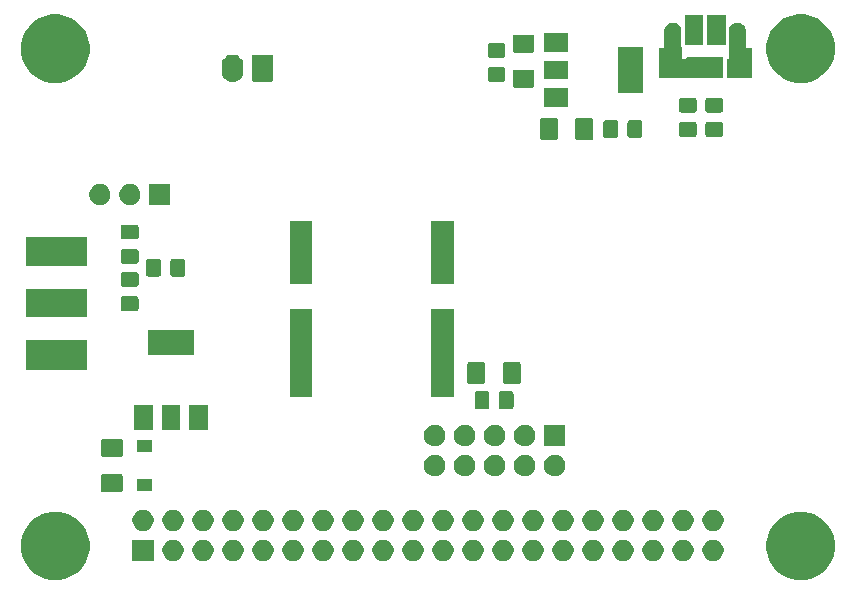
<source format=gbr>
G04 #@! TF.GenerationSoftware,KiCad,Pcbnew,5.1.5*
G04 #@! TF.CreationDate,2020-03-05T23:31:40-08:00*
G04 #@! TF.ProjectId,orangepi-neo-gps,6f72616e-6765-4706-992d-6e656f2d6770,rev?*
G04 #@! TF.SameCoordinates,Original*
G04 #@! TF.FileFunction,Soldermask,Bot*
G04 #@! TF.FilePolarity,Negative*
%FSLAX46Y46*%
G04 Gerber Fmt 4.6, Leading zero omitted, Abs format (unit mm)*
G04 Created by KiCad (PCBNEW 5.1.5) date 2020-03-05 23:31:40*
%MOMM*%
%LPD*%
G04 APERTURE LIST*
%ADD10C,0.100000*%
G04 APERTURE END LIST*
D10*
G36*
X91908189Y-67260483D02*
G01*
X92378321Y-67455218D01*
X92436139Y-67479167D01*
X92911280Y-67796646D01*
X93315354Y-68200720D01*
X93632833Y-68675861D01*
X93632834Y-68675863D01*
X93851517Y-69203811D01*
X93963000Y-69764275D01*
X93963000Y-70335725D01*
X93851517Y-70896189D01*
X93851516Y-70896191D01*
X93632833Y-71424139D01*
X93315354Y-71899280D01*
X92911280Y-72303354D01*
X92436139Y-72620833D01*
X92436138Y-72620834D01*
X92436137Y-72620834D01*
X91908189Y-72839517D01*
X91347725Y-72951000D01*
X90776275Y-72951000D01*
X90215811Y-72839517D01*
X89687863Y-72620834D01*
X89687862Y-72620834D01*
X89687861Y-72620833D01*
X89212720Y-72303354D01*
X88808646Y-71899280D01*
X88491167Y-71424139D01*
X88272484Y-70896191D01*
X88272483Y-70896189D01*
X88161000Y-70335725D01*
X88161000Y-69764275D01*
X88272483Y-69203811D01*
X88491166Y-68675863D01*
X88491167Y-68675861D01*
X88808646Y-68200720D01*
X89212720Y-67796646D01*
X89687861Y-67479167D01*
X89745679Y-67455218D01*
X90215811Y-67260483D01*
X90776275Y-67149000D01*
X91347725Y-67149000D01*
X91908189Y-67260483D01*
G37*
G36*
X28796189Y-67260483D02*
G01*
X29266321Y-67455218D01*
X29324139Y-67479167D01*
X29799280Y-67796646D01*
X30203354Y-68200720D01*
X30520833Y-68675861D01*
X30520834Y-68675863D01*
X30739517Y-69203811D01*
X30851000Y-69764275D01*
X30851000Y-70335725D01*
X30739517Y-70896189D01*
X30739516Y-70896191D01*
X30520833Y-71424139D01*
X30203354Y-71899280D01*
X29799280Y-72303354D01*
X29324139Y-72620833D01*
X29324138Y-72620834D01*
X29324137Y-72620834D01*
X28796189Y-72839517D01*
X28235725Y-72951000D01*
X27664275Y-72951000D01*
X27103811Y-72839517D01*
X26575863Y-72620834D01*
X26575862Y-72620834D01*
X26575861Y-72620833D01*
X26100720Y-72303354D01*
X25696646Y-71899280D01*
X25379167Y-71424139D01*
X25160484Y-70896191D01*
X25160483Y-70896189D01*
X25049000Y-70335725D01*
X25049000Y-69764275D01*
X25160483Y-69203811D01*
X25379166Y-68675863D01*
X25379167Y-68675861D01*
X25696646Y-68200720D01*
X26100720Y-67796646D01*
X26575861Y-67479167D01*
X26633679Y-67455218D01*
X27103811Y-67260483D01*
X27664275Y-67149000D01*
X28235725Y-67149000D01*
X28796189Y-67260483D01*
G37*
G36*
X63428512Y-69525927D02*
G01*
X63577812Y-69555624D01*
X63741784Y-69623544D01*
X63889354Y-69722147D01*
X64014853Y-69847646D01*
X64113456Y-69995216D01*
X64181376Y-70159188D01*
X64216000Y-70333259D01*
X64216000Y-70510741D01*
X64181376Y-70684812D01*
X64113456Y-70848784D01*
X64014853Y-70996354D01*
X63889354Y-71121853D01*
X63741784Y-71220456D01*
X63577812Y-71288376D01*
X63428512Y-71318073D01*
X63403742Y-71323000D01*
X63226258Y-71323000D01*
X63201488Y-71318073D01*
X63052188Y-71288376D01*
X62888216Y-71220456D01*
X62740646Y-71121853D01*
X62615147Y-70996354D01*
X62516544Y-70848784D01*
X62448624Y-70684812D01*
X62414000Y-70510741D01*
X62414000Y-70333259D01*
X62448624Y-70159188D01*
X62516544Y-69995216D01*
X62615147Y-69847646D01*
X62740646Y-69722147D01*
X62888216Y-69623544D01*
X63052188Y-69555624D01*
X63201488Y-69525927D01*
X63226258Y-69521000D01*
X63403742Y-69521000D01*
X63428512Y-69525927D01*
G37*
G36*
X76128512Y-69525927D02*
G01*
X76277812Y-69555624D01*
X76441784Y-69623544D01*
X76589354Y-69722147D01*
X76714853Y-69847646D01*
X76813456Y-69995216D01*
X76881376Y-70159188D01*
X76916000Y-70333259D01*
X76916000Y-70510741D01*
X76881376Y-70684812D01*
X76813456Y-70848784D01*
X76714853Y-70996354D01*
X76589354Y-71121853D01*
X76441784Y-71220456D01*
X76277812Y-71288376D01*
X76128512Y-71318073D01*
X76103742Y-71323000D01*
X75926258Y-71323000D01*
X75901488Y-71318073D01*
X75752188Y-71288376D01*
X75588216Y-71220456D01*
X75440646Y-71121853D01*
X75315147Y-70996354D01*
X75216544Y-70848784D01*
X75148624Y-70684812D01*
X75114000Y-70510741D01*
X75114000Y-70333259D01*
X75148624Y-70159188D01*
X75216544Y-69995216D01*
X75315147Y-69847646D01*
X75440646Y-69722147D01*
X75588216Y-69623544D01*
X75752188Y-69555624D01*
X75901488Y-69525927D01*
X75926258Y-69521000D01*
X76103742Y-69521000D01*
X76128512Y-69525927D01*
G37*
G36*
X73588512Y-69525927D02*
G01*
X73737812Y-69555624D01*
X73901784Y-69623544D01*
X74049354Y-69722147D01*
X74174853Y-69847646D01*
X74273456Y-69995216D01*
X74341376Y-70159188D01*
X74376000Y-70333259D01*
X74376000Y-70510741D01*
X74341376Y-70684812D01*
X74273456Y-70848784D01*
X74174853Y-70996354D01*
X74049354Y-71121853D01*
X73901784Y-71220456D01*
X73737812Y-71288376D01*
X73588512Y-71318073D01*
X73563742Y-71323000D01*
X73386258Y-71323000D01*
X73361488Y-71318073D01*
X73212188Y-71288376D01*
X73048216Y-71220456D01*
X72900646Y-71121853D01*
X72775147Y-70996354D01*
X72676544Y-70848784D01*
X72608624Y-70684812D01*
X72574000Y-70510741D01*
X72574000Y-70333259D01*
X72608624Y-70159188D01*
X72676544Y-69995216D01*
X72775147Y-69847646D01*
X72900646Y-69722147D01*
X73048216Y-69623544D01*
X73212188Y-69555624D01*
X73361488Y-69525927D01*
X73386258Y-69521000D01*
X73563742Y-69521000D01*
X73588512Y-69525927D01*
G37*
G36*
X71048512Y-69525927D02*
G01*
X71197812Y-69555624D01*
X71361784Y-69623544D01*
X71509354Y-69722147D01*
X71634853Y-69847646D01*
X71733456Y-69995216D01*
X71801376Y-70159188D01*
X71836000Y-70333259D01*
X71836000Y-70510741D01*
X71801376Y-70684812D01*
X71733456Y-70848784D01*
X71634853Y-70996354D01*
X71509354Y-71121853D01*
X71361784Y-71220456D01*
X71197812Y-71288376D01*
X71048512Y-71318073D01*
X71023742Y-71323000D01*
X70846258Y-71323000D01*
X70821488Y-71318073D01*
X70672188Y-71288376D01*
X70508216Y-71220456D01*
X70360646Y-71121853D01*
X70235147Y-70996354D01*
X70136544Y-70848784D01*
X70068624Y-70684812D01*
X70034000Y-70510741D01*
X70034000Y-70333259D01*
X70068624Y-70159188D01*
X70136544Y-69995216D01*
X70235147Y-69847646D01*
X70360646Y-69722147D01*
X70508216Y-69623544D01*
X70672188Y-69555624D01*
X70821488Y-69525927D01*
X70846258Y-69521000D01*
X71023742Y-69521000D01*
X71048512Y-69525927D01*
G37*
G36*
X68508512Y-69525927D02*
G01*
X68657812Y-69555624D01*
X68821784Y-69623544D01*
X68969354Y-69722147D01*
X69094853Y-69847646D01*
X69193456Y-69995216D01*
X69261376Y-70159188D01*
X69296000Y-70333259D01*
X69296000Y-70510741D01*
X69261376Y-70684812D01*
X69193456Y-70848784D01*
X69094853Y-70996354D01*
X68969354Y-71121853D01*
X68821784Y-71220456D01*
X68657812Y-71288376D01*
X68508512Y-71318073D01*
X68483742Y-71323000D01*
X68306258Y-71323000D01*
X68281488Y-71318073D01*
X68132188Y-71288376D01*
X67968216Y-71220456D01*
X67820646Y-71121853D01*
X67695147Y-70996354D01*
X67596544Y-70848784D01*
X67528624Y-70684812D01*
X67494000Y-70510741D01*
X67494000Y-70333259D01*
X67528624Y-70159188D01*
X67596544Y-69995216D01*
X67695147Y-69847646D01*
X67820646Y-69722147D01*
X67968216Y-69623544D01*
X68132188Y-69555624D01*
X68281488Y-69525927D01*
X68306258Y-69521000D01*
X68483742Y-69521000D01*
X68508512Y-69525927D01*
G37*
G36*
X65968512Y-69525927D02*
G01*
X66117812Y-69555624D01*
X66281784Y-69623544D01*
X66429354Y-69722147D01*
X66554853Y-69847646D01*
X66653456Y-69995216D01*
X66721376Y-70159188D01*
X66756000Y-70333259D01*
X66756000Y-70510741D01*
X66721376Y-70684812D01*
X66653456Y-70848784D01*
X66554853Y-70996354D01*
X66429354Y-71121853D01*
X66281784Y-71220456D01*
X66117812Y-71288376D01*
X65968512Y-71318073D01*
X65943742Y-71323000D01*
X65766258Y-71323000D01*
X65741488Y-71318073D01*
X65592188Y-71288376D01*
X65428216Y-71220456D01*
X65280646Y-71121853D01*
X65155147Y-70996354D01*
X65056544Y-70848784D01*
X64988624Y-70684812D01*
X64954000Y-70510741D01*
X64954000Y-70333259D01*
X64988624Y-70159188D01*
X65056544Y-69995216D01*
X65155147Y-69847646D01*
X65280646Y-69722147D01*
X65428216Y-69623544D01*
X65592188Y-69555624D01*
X65741488Y-69525927D01*
X65766258Y-69521000D01*
X65943742Y-69521000D01*
X65968512Y-69525927D01*
G37*
G36*
X60888512Y-69525927D02*
G01*
X61037812Y-69555624D01*
X61201784Y-69623544D01*
X61349354Y-69722147D01*
X61474853Y-69847646D01*
X61573456Y-69995216D01*
X61641376Y-70159188D01*
X61676000Y-70333259D01*
X61676000Y-70510741D01*
X61641376Y-70684812D01*
X61573456Y-70848784D01*
X61474853Y-70996354D01*
X61349354Y-71121853D01*
X61201784Y-71220456D01*
X61037812Y-71288376D01*
X60888512Y-71318073D01*
X60863742Y-71323000D01*
X60686258Y-71323000D01*
X60661488Y-71318073D01*
X60512188Y-71288376D01*
X60348216Y-71220456D01*
X60200646Y-71121853D01*
X60075147Y-70996354D01*
X59976544Y-70848784D01*
X59908624Y-70684812D01*
X59874000Y-70510741D01*
X59874000Y-70333259D01*
X59908624Y-70159188D01*
X59976544Y-69995216D01*
X60075147Y-69847646D01*
X60200646Y-69722147D01*
X60348216Y-69623544D01*
X60512188Y-69555624D01*
X60661488Y-69525927D01*
X60686258Y-69521000D01*
X60863742Y-69521000D01*
X60888512Y-69525927D01*
G37*
G36*
X58348512Y-69525927D02*
G01*
X58497812Y-69555624D01*
X58661784Y-69623544D01*
X58809354Y-69722147D01*
X58934853Y-69847646D01*
X59033456Y-69995216D01*
X59101376Y-70159188D01*
X59136000Y-70333259D01*
X59136000Y-70510741D01*
X59101376Y-70684812D01*
X59033456Y-70848784D01*
X58934853Y-70996354D01*
X58809354Y-71121853D01*
X58661784Y-71220456D01*
X58497812Y-71288376D01*
X58348512Y-71318073D01*
X58323742Y-71323000D01*
X58146258Y-71323000D01*
X58121488Y-71318073D01*
X57972188Y-71288376D01*
X57808216Y-71220456D01*
X57660646Y-71121853D01*
X57535147Y-70996354D01*
X57436544Y-70848784D01*
X57368624Y-70684812D01*
X57334000Y-70510741D01*
X57334000Y-70333259D01*
X57368624Y-70159188D01*
X57436544Y-69995216D01*
X57535147Y-69847646D01*
X57660646Y-69722147D01*
X57808216Y-69623544D01*
X57972188Y-69555624D01*
X58121488Y-69525927D01*
X58146258Y-69521000D01*
X58323742Y-69521000D01*
X58348512Y-69525927D01*
G37*
G36*
X55808512Y-69525927D02*
G01*
X55957812Y-69555624D01*
X56121784Y-69623544D01*
X56269354Y-69722147D01*
X56394853Y-69847646D01*
X56493456Y-69995216D01*
X56561376Y-70159188D01*
X56596000Y-70333259D01*
X56596000Y-70510741D01*
X56561376Y-70684812D01*
X56493456Y-70848784D01*
X56394853Y-70996354D01*
X56269354Y-71121853D01*
X56121784Y-71220456D01*
X55957812Y-71288376D01*
X55808512Y-71318073D01*
X55783742Y-71323000D01*
X55606258Y-71323000D01*
X55581488Y-71318073D01*
X55432188Y-71288376D01*
X55268216Y-71220456D01*
X55120646Y-71121853D01*
X54995147Y-70996354D01*
X54896544Y-70848784D01*
X54828624Y-70684812D01*
X54794000Y-70510741D01*
X54794000Y-70333259D01*
X54828624Y-70159188D01*
X54896544Y-69995216D01*
X54995147Y-69847646D01*
X55120646Y-69722147D01*
X55268216Y-69623544D01*
X55432188Y-69555624D01*
X55581488Y-69525927D01*
X55606258Y-69521000D01*
X55783742Y-69521000D01*
X55808512Y-69525927D01*
G37*
G36*
X78668512Y-69525927D02*
G01*
X78817812Y-69555624D01*
X78981784Y-69623544D01*
X79129354Y-69722147D01*
X79254853Y-69847646D01*
X79353456Y-69995216D01*
X79421376Y-70159188D01*
X79456000Y-70333259D01*
X79456000Y-70510741D01*
X79421376Y-70684812D01*
X79353456Y-70848784D01*
X79254853Y-70996354D01*
X79129354Y-71121853D01*
X78981784Y-71220456D01*
X78817812Y-71288376D01*
X78668512Y-71318073D01*
X78643742Y-71323000D01*
X78466258Y-71323000D01*
X78441488Y-71318073D01*
X78292188Y-71288376D01*
X78128216Y-71220456D01*
X77980646Y-71121853D01*
X77855147Y-70996354D01*
X77756544Y-70848784D01*
X77688624Y-70684812D01*
X77654000Y-70510741D01*
X77654000Y-70333259D01*
X77688624Y-70159188D01*
X77756544Y-69995216D01*
X77855147Y-69847646D01*
X77980646Y-69722147D01*
X78128216Y-69623544D01*
X78292188Y-69555624D01*
X78441488Y-69525927D01*
X78466258Y-69521000D01*
X78643742Y-69521000D01*
X78668512Y-69525927D01*
G37*
G36*
X48188512Y-69525927D02*
G01*
X48337812Y-69555624D01*
X48501784Y-69623544D01*
X48649354Y-69722147D01*
X48774853Y-69847646D01*
X48873456Y-69995216D01*
X48941376Y-70159188D01*
X48976000Y-70333259D01*
X48976000Y-70510741D01*
X48941376Y-70684812D01*
X48873456Y-70848784D01*
X48774853Y-70996354D01*
X48649354Y-71121853D01*
X48501784Y-71220456D01*
X48337812Y-71288376D01*
X48188512Y-71318073D01*
X48163742Y-71323000D01*
X47986258Y-71323000D01*
X47961488Y-71318073D01*
X47812188Y-71288376D01*
X47648216Y-71220456D01*
X47500646Y-71121853D01*
X47375147Y-70996354D01*
X47276544Y-70848784D01*
X47208624Y-70684812D01*
X47174000Y-70510741D01*
X47174000Y-70333259D01*
X47208624Y-70159188D01*
X47276544Y-69995216D01*
X47375147Y-69847646D01*
X47500646Y-69722147D01*
X47648216Y-69623544D01*
X47812188Y-69555624D01*
X47961488Y-69525927D01*
X47986258Y-69521000D01*
X48163742Y-69521000D01*
X48188512Y-69525927D01*
G37*
G36*
X53268512Y-69525927D02*
G01*
X53417812Y-69555624D01*
X53581784Y-69623544D01*
X53729354Y-69722147D01*
X53854853Y-69847646D01*
X53953456Y-69995216D01*
X54021376Y-70159188D01*
X54056000Y-70333259D01*
X54056000Y-70510741D01*
X54021376Y-70684812D01*
X53953456Y-70848784D01*
X53854853Y-70996354D01*
X53729354Y-71121853D01*
X53581784Y-71220456D01*
X53417812Y-71288376D01*
X53268512Y-71318073D01*
X53243742Y-71323000D01*
X53066258Y-71323000D01*
X53041488Y-71318073D01*
X52892188Y-71288376D01*
X52728216Y-71220456D01*
X52580646Y-71121853D01*
X52455147Y-70996354D01*
X52356544Y-70848784D01*
X52288624Y-70684812D01*
X52254000Y-70510741D01*
X52254000Y-70333259D01*
X52288624Y-70159188D01*
X52356544Y-69995216D01*
X52455147Y-69847646D01*
X52580646Y-69722147D01*
X52728216Y-69623544D01*
X52892188Y-69555624D01*
X53041488Y-69525927D01*
X53066258Y-69521000D01*
X53243742Y-69521000D01*
X53268512Y-69525927D01*
G37*
G36*
X36276000Y-71323000D02*
G01*
X34474000Y-71323000D01*
X34474000Y-69521000D01*
X36276000Y-69521000D01*
X36276000Y-71323000D01*
G37*
G36*
X83748512Y-69525927D02*
G01*
X83897812Y-69555624D01*
X84061784Y-69623544D01*
X84209354Y-69722147D01*
X84334853Y-69847646D01*
X84433456Y-69995216D01*
X84501376Y-70159188D01*
X84536000Y-70333259D01*
X84536000Y-70510741D01*
X84501376Y-70684812D01*
X84433456Y-70848784D01*
X84334853Y-70996354D01*
X84209354Y-71121853D01*
X84061784Y-71220456D01*
X83897812Y-71288376D01*
X83748512Y-71318073D01*
X83723742Y-71323000D01*
X83546258Y-71323000D01*
X83521488Y-71318073D01*
X83372188Y-71288376D01*
X83208216Y-71220456D01*
X83060646Y-71121853D01*
X82935147Y-70996354D01*
X82836544Y-70848784D01*
X82768624Y-70684812D01*
X82734000Y-70510741D01*
X82734000Y-70333259D01*
X82768624Y-70159188D01*
X82836544Y-69995216D01*
X82935147Y-69847646D01*
X83060646Y-69722147D01*
X83208216Y-69623544D01*
X83372188Y-69555624D01*
X83521488Y-69525927D01*
X83546258Y-69521000D01*
X83723742Y-69521000D01*
X83748512Y-69525927D01*
G37*
G36*
X81208512Y-69525927D02*
G01*
X81357812Y-69555624D01*
X81521784Y-69623544D01*
X81669354Y-69722147D01*
X81794853Y-69847646D01*
X81893456Y-69995216D01*
X81961376Y-70159188D01*
X81996000Y-70333259D01*
X81996000Y-70510741D01*
X81961376Y-70684812D01*
X81893456Y-70848784D01*
X81794853Y-70996354D01*
X81669354Y-71121853D01*
X81521784Y-71220456D01*
X81357812Y-71288376D01*
X81208512Y-71318073D01*
X81183742Y-71323000D01*
X81006258Y-71323000D01*
X80981488Y-71318073D01*
X80832188Y-71288376D01*
X80668216Y-71220456D01*
X80520646Y-71121853D01*
X80395147Y-70996354D01*
X80296544Y-70848784D01*
X80228624Y-70684812D01*
X80194000Y-70510741D01*
X80194000Y-70333259D01*
X80228624Y-70159188D01*
X80296544Y-69995216D01*
X80395147Y-69847646D01*
X80520646Y-69722147D01*
X80668216Y-69623544D01*
X80832188Y-69555624D01*
X80981488Y-69525927D01*
X81006258Y-69521000D01*
X81183742Y-69521000D01*
X81208512Y-69525927D01*
G37*
G36*
X38028512Y-69525927D02*
G01*
X38177812Y-69555624D01*
X38341784Y-69623544D01*
X38489354Y-69722147D01*
X38614853Y-69847646D01*
X38713456Y-69995216D01*
X38781376Y-70159188D01*
X38816000Y-70333259D01*
X38816000Y-70510741D01*
X38781376Y-70684812D01*
X38713456Y-70848784D01*
X38614853Y-70996354D01*
X38489354Y-71121853D01*
X38341784Y-71220456D01*
X38177812Y-71288376D01*
X38028512Y-71318073D01*
X38003742Y-71323000D01*
X37826258Y-71323000D01*
X37801488Y-71318073D01*
X37652188Y-71288376D01*
X37488216Y-71220456D01*
X37340646Y-71121853D01*
X37215147Y-70996354D01*
X37116544Y-70848784D01*
X37048624Y-70684812D01*
X37014000Y-70510741D01*
X37014000Y-70333259D01*
X37048624Y-70159188D01*
X37116544Y-69995216D01*
X37215147Y-69847646D01*
X37340646Y-69722147D01*
X37488216Y-69623544D01*
X37652188Y-69555624D01*
X37801488Y-69525927D01*
X37826258Y-69521000D01*
X38003742Y-69521000D01*
X38028512Y-69525927D01*
G37*
G36*
X40568512Y-69525927D02*
G01*
X40717812Y-69555624D01*
X40881784Y-69623544D01*
X41029354Y-69722147D01*
X41154853Y-69847646D01*
X41253456Y-69995216D01*
X41321376Y-70159188D01*
X41356000Y-70333259D01*
X41356000Y-70510741D01*
X41321376Y-70684812D01*
X41253456Y-70848784D01*
X41154853Y-70996354D01*
X41029354Y-71121853D01*
X40881784Y-71220456D01*
X40717812Y-71288376D01*
X40568512Y-71318073D01*
X40543742Y-71323000D01*
X40366258Y-71323000D01*
X40341488Y-71318073D01*
X40192188Y-71288376D01*
X40028216Y-71220456D01*
X39880646Y-71121853D01*
X39755147Y-70996354D01*
X39656544Y-70848784D01*
X39588624Y-70684812D01*
X39554000Y-70510741D01*
X39554000Y-70333259D01*
X39588624Y-70159188D01*
X39656544Y-69995216D01*
X39755147Y-69847646D01*
X39880646Y-69722147D01*
X40028216Y-69623544D01*
X40192188Y-69555624D01*
X40341488Y-69525927D01*
X40366258Y-69521000D01*
X40543742Y-69521000D01*
X40568512Y-69525927D01*
G37*
G36*
X43108512Y-69525927D02*
G01*
X43257812Y-69555624D01*
X43421784Y-69623544D01*
X43569354Y-69722147D01*
X43694853Y-69847646D01*
X43793456Y-69995216D01*
X43861376Y-70159188D01*
X43896000Y-70333259D01*
X43896000Y-70510741D01*
X43861376Y-70684812D01*
X43793456Y-70848784D01*
X43694853Y-70996354D01*
X43569354Y-71121853D01*
X43421784Y-71220456D01*
X43257812Y-71288376D01*
X43108512Y-71318073D01*
X43083742Y-71323000D01*
X42906258Y-71323000D01*
X42881488Y-71318073D01*
X42732188Y-71288376D01*
X42568216Y-71220456D01*
X42420646Y-71121853D01*
X42295147Y-70996354D01*
X42196544Y-70848784D01*
X42128624Y-70684812D01*
X42094000Y-70510741D01*
X42094000Y-70333259D01*
X42128624Y-70159188D01*
X42196544Y-69995216D01*
X42295147Y-69847646D01*
X42420646Y-69722147D01*
X42568216Y-69623544D01*
X42732188Y-69555624D01*
X42881488Y-69525927D01*
X42906258Y-69521000D01*
X43083742Y-69521000D01*
X43108512Y-69525927D01*
G37*
G36*
X45648512Y-69525927D02*
G01*
X45797812Y-69555624D01*
X45961784Y-69623544D01*
X46109354Y-69722147D01*
X46234853Y-69847646D01*
X46333456Y-69995216D01*
X46401376Y-70159188D01*
X46436000Y-70333259D01*
X46436000Y-70510741D01*
X46401376Y-70684812D01*
X46333456Y-70848784D01*
X46234853Y-70996354D01*
X46109354Y-71121853D01*
X45961784Y-71220456D01*
X45797812Y-71288376D01*
X45648512Y-71318073D01*
X45623742Y-71323000D01*
X45446258Y-71323000D01*
X45421488Y-71318073D01*
X45272188Y-71288376D01*
X45108216Y-71220456D01*
X44960646Y-71121853D01*
X44835147Y-70996354D01*
X44736544Y-70848784D01*
X44668624Y-70684812D01*
X44634000Y-70510741D01*
X44634000Y-70333259D01*
X44668624Y-70159188D01*
X44736544Y-69995216D01*
X44835147Y-69847646D01*
X44960646Y-69722147D01*
X45108216Y-69623544D01*
X45272188Y-69555624D01*
X45421488Y-69525927D01*
X45446258Y-69521000D01*
X45623742Y-69521000D01*
X45648512Y-69525927D01*
G37*
G36*
X50728512Y-69525927D02*
G01*
X50877812Y-69555624D01*
X51041784Y-69623544D01*
X51189354Y-69722147D01*
X51314853Y-69847646D01*
X51413456Y-69995216D01*
X51481376Y-70159188D01*
X51516000Y-70333259D01*
X51516000Y-70510741D01*
X51481376Y-70684812D01*
X51413456Y-70848784D01*
X51314853Y-70996354D01*
X51189354Y-71121853D01*
X51041784Y-71220456D01*
X50877812Y-71288376D01*
X50728512Y-71318073D01*
X50703742Y-71323000D01*
X50526258Y-71323000D01*
X50501488Y-71318073D01*
X50352188Y-71288376D01*
X50188216Y-71220456D01*
X50040646Y-71121853D01*
X49915147Y-70996354D01*
X49816544Y-70848784D01*
X49748624Y-70684812D01*
X49714000Y-70510741D01*
X49714000Y-70333259D01*
X49748624Y-70159188D01*
X49816544Y-69995216D01*
X49915147Y-69847646D01*
X50040646Y-69722147D01*
X50188216Y-69623544D01*
X50352188Y-69555624D01*
X50501488Y-69525927D01*
X50526258Y-69521000D01*
X50703742Y-69521000D01*
X50728512Y-69525927D01*
G37*
G36*
X43108512Y-66985927D02*
G01*
X43257812Y-67015624D01*
X43421784Y-67083544D01*
X43569354Y-67182147D01*
X43694853Y-67307646D01*
X43793456Y-67455216D01*
X43861376Y-67619188D01*
X43896000Y-67793259D01*
X43896000Y-67970741D01*
X43861376Y-68144812D01*
X43793456Y-68308784D01*
X43694853Y-68456354D01*
X43569354Y-68581853D01*
X43421784Y-68680456D01*
X43257812Y-68748376D01*
X43108512Y-68778073D01*
X43083742Y-68783000D01*
X42906258Y-68783000D01*
X42881488Y-68778073D01*
X42732188Y-68748376D01*
X42568216Y-68680456D01*
X42420646Y-68581853D01*
X42295147Y-68456354D01*
X42196544Y-68308784D01*
X42128624Y-68144812D01*
X42094000Y-67970741D01*
X42094000Y-67793259D01*
X42128624Y-67619188D01*
X42196544Y-67455216D01*
X42295147Y-67307646D01*
X42420646Y-67182147D01*
X42568216Y-67083544D01*
X42732188Y-67015624D01*
X42881488Y-66985927D01*
X42906258Y-66981000D01*
X43083742Y-66981000D01*
X43108512Y-66985927D01*
G37*
G36*
X78668512Y-66985927D02*
G01*
X78817812Y-67015624D01*
X78981784Y-67083544D01*
X79129354Y-67182147D01*
X79254853Y-67307646D01*
X79353456Y-67455216D01*
X79421376Y-67619188D01*
X79456000Y-67793259D01*
X79456000Y-67970741D01*
X79421376Y-68144812D01*
X79353456Y-68308784D01*
X79254853Y-68456354D01*
X79129354Y-68581853D01*
X78981784Y-68680456D01*
X78817812Y-68748376D01*
X78668512Y-68778073D01*
X78643742Y-68783000D01*
X78466258Y-68783000D01*
X78441488Y-68778073D01*
X78292188Y-68748376D01*
X78128216Y-68680456D01*
X77980646Y-68581853D01*
X77855147Y-68456354D01*
X77756544Y-68308784D01*
X77688624Y-68144812D01*
X77654000Y-67970741D01*
X77654000Y-67793259D01*
X77688624Y-67619188D01*
X77756544Y-67455216D01*
X77855147Y-67307646D01*
X77980646Y-67182147D01*
X78128216Y-67083544D01*
X78292188Y-67015624D01*
X78441488Y-66985927D01*
X78466258Y-66981000D01*
X78643742Y-66981000D01*
X78668512Y-66985927D01*
G37*
G36*
X73588512Y-66985927D02*
G01*
X73737812Y-67015624D01*
X73901784Y-67083544D01*
X74049354Y-67182147D01*
X74174853Y-67307646D01*
X74273456Y-67455216D01*
X74341376Y-67619188D01*
X74376000Y-67793259D01*
X74376000Y-67970741D01*
X74341376Y-68144812D01*
X74273456Y-68308784D01*
X74174853Y-68456354D01*
X74049354Y-68581853D01*
X73901784Y-68680456D01*
X73737812Y-68748376D01*
X73588512Y-68778073D01*
X73563742Y-68783000D01*
X73386258Y-68783000D01*
X73361488Y-68778073D01*
X73212188Y-68748376D01*
X73048216Y-68680456D01*
X72900646Y-68581853D01*
X72775147Y-68456354D01*
X72676544Y-68308784D01*
X72608624Y-68144812D01*
X72574000Y-67970741D01*
X72574000Y-67793259D01*
X72608624Y-67619188D01*
X72676544Y-67455216D01*
X72775147Y-67307646D01*
X72900646Y-67182147D01*
X73048216Y-67083544D01*
X73212188Y-67015624D01*
X73361488Y-66985927D01*
X73386258Y-66981000D01*
X73563742Y-66981000D01*
X73588512Y-66985927D01*
G37*
G36*
X71048512Y-66985927D02*
G01*
X71197812Y-67015624D01*
X71361784Y-67083544D01*
X71509354Y-67182147D01*
X71634853Y-67307646D01*
X71733456Y-67455216D01*
X71801376Y-67619188D01*
X71836000Y-67793259D01*
X71836000Y-67970741D01*
X71801376Y-68144812D01*
X71733456Y-68308784D01*
X71634853Y-68456354D01*
X71509354Y-68581853D01*
X71361784Y-68680456D01*
X71197812Y-68748376D01*
X71048512Y-68778073D01*
X71023742Y-68783000D01*
X70846258Y-68783000D01*
X70821488Y-68778073D01*
X70672188Y-68748376D01*
X70508216Y-68680456D01*
X70360646Y-68581853D01*
X70235147Y-68456354D01*
X70136544Y-68308784D01*
X70068624Y-68144812D01*
X70034000Y-67970741D01*
X70034000Y-67793259D01*
X70068624Y-67619188D01*
X70136544Y-67455216D01*
X70235147Y-67307646D01*
X70360646Y-67182147D01*
X70508216Y-67083544D01*
X70672188Y-67015624D01*
X70821488Y-66985927D01*
X70846258Y-66981000D01*
X71023742Y-66981000D01*
X71048512Y-66985927D01*
G37*
G36*
X68508512Y-66985927D02*
G01*
X68657812Y-67015624D01*
X68821784Y-67083544D01*
X68969354Y-67182147D01*
X69094853Y-67307646D01*
X69193456Y-67455216D01*
X69261376Y-67619188D01*
X69296000Y-67793259D01*
X69296000Y-67970741D01*
X69261376Y-68144812D01*
X69193456Y-68308784D01*
X69094853Y-68456354D01*
X68969354Y-68581853D01*
X68821784Y-68680456D01*
X68657812Y-68748376D01*
X68508512Y-68778073D01*
X68483742Y-68783000D01*
X68306258Y-68783000D01*
X68281488Y-68778073D01*
X68132188Y-68748376D01*
X67968216Y-68680456D01*
X67820646Y-68581853D01*
X67695147Y-68456354D01*
X67596544Y-68308784D01*
X67528624Y-68144812D01*
X67494000Y-67970741D01*
X67494000Y-67793259D01*
X67528624Y-67619188D01*
X67596544Y-67455216D01*
X67695147Y-67307646D01*
X67820646Y-67182147D01*
X67968216Y-67083544D01*
X68132188Y-67015624D01*
X68281488Y-66985927D01*
X68306258Y-66981000D01*
X68483742Y-66981000D01*
X68508512Y-66985927D01*
G37*
G36*
X65968512Y-66985927D02*
G01*
X66117812Y-67015624D01*
X66281784Y-67083544D01*
X66429354Y-67182147D01*
X66554853Y-67307646D01*
X66653456Y-67455216D01*
X66721376Y-67619188D01*
X66756000Y-67793259D01*
X66756000Y-67970741D01*
X66721376Y-68144812D01*
X66653456Y-68308784D01*
X66554853Y-68456354D01*
X66429354Y-68581853D01*
X66281784Y-68680456D01*
X66117812Y-68748376D01*
X65968512Y-68778073D01*
X65943742Y-68783000D01*
X65766258Y-68783000D01*
X65741488Y-68778073D01*
X65592188Y-68748376D01*
X65428216Y-68680456D01*
X65280646Y-68581853D01*
X65155147Y-68456354D01*
X65056544Y-68308784D01*
X64988624Y-68144812D01*
X64954000Y-67970741D01*
X64954000Y-67793259D01*
X64988624Y-67619188D01*
X65056544Y-67455216D01*
X65155147Y-67307646D01*
X65280646Y-67182147D01*
X65428216Y-67083544D01*
X65592188Y-67015624D01*
X65741488Y-66985927D01*
X65766258Y-66981000D01*
X65943742Y-66981000D01*
X65968512Y-66985927D01*
G37*
G36*
X63428512Y-66985927D02*
G01*
X63577812Y-67015624D01*
X63741784Y-67083544D01*
X63889354Y-67182147D01*
X64014853Y-67307646D01*
X64113456Y-67455216D01*
X64181376Y-67619188D01*
X64216000Y-67793259D01*
X64216000Y-67970741D01*
X64181376Y-68144812D01*
X64113456Y-68308784D01*
X64014853Y-68456354D01*
X63889354Y-68581853D01*
X63741784Y-68680456D01*
X63577812Y-68748376D01*
X63428512Y-68778073D01*
X63403742Y-68783000D01*
X63226258Y-68783000D01*
X63201488Y-68778073D01*
X63052188Y-68748376D01*
X62888216Y-68680456D01*
X62740646Y-68581853D01*
X62615147Y-68456354D01*
X62516544Y-68308784D01*
X62448624Y-68144812D01*
X62414000Y-67970741D01*
X62414000Y-67793259D01*
X62448624Y-67619188D01*
X62516544Y-67455216D01*
X62615147Y-67307646D01*
X62740646Y-67182147D01*
X62888216Y-67083544D01*
X63052188Y-67015624D01*
X63201488Y-66985927D01*
X63226258Y-66981000D01*
X63403742Y-66981000D01*
X63428512Y-66985927D01*
G37*
G36*
X60888512Y-66985927D02*
G01*
X61037812Y-67015624D01*
X61201784Y-67083544D01*
X61349354Y-67182147D01*
X61474853Y-67307646D01*
X61573456Y-67455216D01*
X61641376Y-67619188D01*
X61676000Y-67793259D01*
X61676000Y-67970741D01*
X61641376Y-68144812D01*
X61573456Y-68308784D01*
X61474853Y-68456354D01*
X61349354Y-68581853D01*
X61201784Y-68680456D01*
X61037812Y-68748376D01*
X60888512Y-68778073D01*
X60863742Y-68783000D01*
X60686258Y-68783000D01*
X60661488Y-68778073D01*
X60512188Y-68748376D01*
X60348216Y-68680456D01*
X60200646Y-68581853D01*
X60075147Y-68456354D01*
X59976544Y-68308784D01*
X59908624Y-68144812D01*
X59874000Y-67970741D01*
X59874000Y-67793259D01*
X59908624Y-67619188D01*
X59976544Y-67455216D01*
X60075147Y-67307646D01*
X60200646Y-67182147D01*
X60348216Y-67083544D01*
X60512188Y-67015624D01*
X60661488Y-66985927D01*
X60686258Y-66981000D01*
X60863742Y-66981000D01*
X60888512Y-66985927D01*
G37*
G36*
X76128512Y-66985927D02*
G01*
X76277812Y-67015624D01*
X76441784Y-67083544D01*
X76589354Y-67182147D01*
X76714853Y-67307646D01*
X76813456Y-67455216D01*
X76881376Y-67619188D01*
X76916000Y-67793259D01*
X76916000Y-67970741D01*
X76881376Y-68144812D01*
X76813456Y-68308784D01*
X76714853Y-68456354D01*
X76589354Y-68581853D01*
X76441784Y-68680456D01*
X76277812Y-68748376D01*
X76128512Y-68778073D01*
X76103742Y-68783000D01*
X75926258Y-68783000D01*
X75901488Y-68778073D01*
X75752188Y-68748376D01*
X75588216Y-68680456D01*
X75440646Y-68581853D01*
X75315147Y-68456354D01*
X75216544Y-68308784D01*
X75148624Y-68144812D01*
X75114000Y-67970741D01*
X75114000Y-67793259D01*
X75148624Y-67619188D01*
X75216544Y-67455216D01*
X75315147Y-67307646D01*
X75440646Y-67182147D01*
X75588216Y-67083544D01*
X75752188Y-67015624D01*
X75901488Y-66985927D01*
X75926258Y-66981000D01*
X76103742Y-66981000D01*
X76128512Y-66985927D01*
G37*
G36*
X55808512Y-66985927D02*
G01*
X55957812Y-67015624D01*
X56121784Y-67083544D01*
X56269354Y-67182147D01*
X56394853Y-67307646D01*
X56493456Y-67455216D01*
X56561376Y-67619188D01*
X56596000Y-67793259D01*
X56596000Y-67970741D01*
X56561376Y-68144812D01*
X56493456Y-68308784D01*
X56394853Y-68456354D01*
X56269354Y-68581853D01*
X56121784Y-68680456D01*
X55957812Y-68748376D01*
X55808512Y-68778073D01*
X55783742Y-68783000D01*
X55606258Y-68783000D01*
X55581488Y-68778073D01*
X55432188Y-68748376D01*
X55268216Y-68680456D01*
X55120646Y-68581853D01*
X54995147Y-68456354D01*
X54896544Y-68308784D01*
X54828624Y-68144812D01*
X54794000Y-67970741D01*
X54794000Y-67793259D01*
X54828624Y-67619188D01*
X54896544Y-67455216D01*
X54995147Y-67307646D01*
X55120646Y-67182147D01*
X55268216Y-67083544D01*
X55432188Y-67015624D01*
X55581488Y-66985927D01*
X55606258Y-66981000D01*
X55783742Y-66981000D01*
X55808512Y-66985927D01*
G37*
G36*
X50728512Y-66985927D02*
G01*
X50877812Y-67015624D01*
X51041784Y-67083544D01*
X51189354Y-67182147D01*
X51314853Y-67307646D01*
X51413456Y-67455216D01*
X51481376Y-67619188D01*
X51516000Y-67793259D01*
X51516000Y-67970741D01*
X51481376Y-68144812D01*
X51413456Y-68308784D01*
X51314853Y-68456354D01*
X51189354Y-68581853D01*
X51041784Y-68680456D01*
X50877812Y-68748376D01*
X50728512Y-68778073D01*
X50703742Y-68783000D01*
X50526258Y-68783000D01*
X50501488Y-68778073D01*
X50352188Y-68748376D01*
X50188216Y-68680456D01*
X50040646Y-68581853D01*
X49915147Y-68456354D01*
X49816544Y-68308784D01*
X49748624Y-68144812D01*
X49714000Y-67970741D01*
X49714000Y-67793259D01*
X49748624Y-67619188D01*
X49816544Y-67455216D01*
X49915147Y-67307646D01*
X50040646Y-67182147D01*
X50188216Y-67083544D01*
X50352188Y-67015624D01*
X50501488Y-66985927D01*
X50526258Y-66981000D01*
X50703742Y-66981000D01*
X50728512Y-66985927D01*
G37*
G36*
X38028512Y-66985927D02*
G01*
X38177812Y-67015624D01*
X38341784Y-67083544D01*
X38489354Y-67182147D01*
X38614853Y-67307646D01*
X38713456Y-67455216D01*
X38781376Y-67619188D01*
X38816000Y-67793259D01*
X38816000Y-67970741D01*
X38781376Y-68144812D01*
X38713456Y-68308784D01*
X38614853Y-68456354D01*
X38489354Y-68581853D01*
X38341784Y-68680456D01*
X38177812Y-68748376D01*
X38028512Y-68778073D01*
X38003742Y-68783000D01*
X37826258Y-68783000D01*
X37801488Y-68778073D01*
X37652188Y-68748376D01*
X37488216Y-68680456D01*
X37340646Y-68581853D01*
X37215147Y-68456354D01*
X37116544Y-68308784D01*
X37048624Y-68144812D01*
X37014000Y-67970741D01*
X37014000Y-67793259D01*
X37048624Y-67619188D01*
X37116544Y-67455216D01*
X37215147Y-67307646D01*
X37340646Y-67182147D01*
X37488216Y-67083544D01*
X37652188Y-67015624D01*
X37801488Y-66985927D01*
X37826258Y-66981000D01*
X38003742Y-66981000D01*
X38028512Y-66985927D01*
G37*
G36*
X58348512Y-66985927D02*
G01*
X58497812Y-67015624D01*
X58661784Y-67083544D01*
X58809354Y-67182147D01*
X58934853Y-67307646D01*
X59033456Y-67455216D01*
X59101376Y-67619188D01*
X59136000Y-67793259D01*
X59136000Y-67970741D01*
X59101376Y-68144812D01*
X59033456Y-68308784D01*
X58934853Y-68456354D01*
X58809354Y-68581853D01*
X58661784Y-68680456D01*
X58497812Y-68748376D01*
X58348512Y-68778073D01*
X58323742Y-68783000D01*
X58146258Y-68783000D01*
X58121488Y-68778073D01*
X57972188Y-68748376D01*
X57808216Y-68680456D01*
X57660646Y-68581853D01*
X57535147Y-68456354D01*
X57436544Y-68308784D01*
X57368624Y-68144812D01*
X57334000Y-67970741D01*
X57334000Y-67793259D01*
X57368624Y-67619188D01*
X57436544Y-67455216D01*
X57535147Y-67307646D01*
X57660646Y-67182147D01*
X57808216Y-67083544D01*
X57972188Y-67015624D01*
X58121488Y-66985927D01*
X58146258Y-66981000D01*
X58323742Y-66981000D01*
X58348512Y-66985927D01*
G37*
G36*
X40568512Y-66985927D02*
G01*
X40717812Y-67015624D01*
X40881784Y-67083544D01*
X41029354Y-67182147D01*
X41154853Y-67307646D01*
X41253456Y-67455216D01*
X41321376Y-67619188D01*
X41356000Y-67793259D01*
X41356000Y-67970741D01*
X41321376Y-68144812D01*
X41253456Y-68308784D01*
X41154853Y-68456354D01*
X41029354Y-68581853D01*
X40881784Y-68680456D01*
X40717812Y-68748376D01*
X40568512Y-68778073D01*
X40543742Y-68783000D01*
X40366258Y-68783000D01*
X40341488Y-68778073D01*
X40192188Y-68748376D01*
X40028216Y-68680456D01*
X39880646Y-68581853D01*
X39755147Y-68456354D01*
X39656544Y-68308784D01*
X39588624Y-68144812D01*
X39554000Y-67970741D01*
X39554000Y-67793259D01*
X39588624Y-67619188D01*
X39656544Y-67455216D01*
X39755147Y-67307646D01*
X39880646Y-67182147D01*
X40028216Y-67083544D01*
X40192188Y-67015624D01*
X40341488Y-66985927D01*
X40366258Y-66981000D01*
X40543742Y-66981000D01*
X40568512Y-66985927D01*
G37*
G36*
X35488512Y-66985927D02*
G01*
X35637812Y-67015624D01*
X35801784Y-67083544D01*
X35949354Y-67182147D01*
X36074853Y-67307646D01*
X36173456Y-67455216D01*
X36241376Y-67619188D01*
X36276000Y-67793259D01*
X36276000Y-67970741D01*
X36241376Y-68144812D01*
X36173456Y-68308784D01*
X36074853Y-68456354D01*
X35949354Y-68581853D01*
X35801784Y-68680456D01*
X35637812Y-68748376D01*
X35488512Y-68778073D01*
X35463742Y-68783000D01*
X35286258Y-68783000D01*
X35261488Y-68778073D01*
X35112188Y-68748376D01*
X34948216Y-68680456D01*
X34800646Y-68581853D01*
X34675147Y-68456354D01*
X34576544Y-68308784D01*
X34508624Y-68144812D01*
X34474000Y-67970741D01*
X34474000Y-67793259D01*
X34508624Y-67619188D01*
X34576544Y-67455216D01*
X34675147Y-67307646D01*
X34800646Y-67182147D01*
X34948216Y-67083544D01*
X35112188Y-67015624D01*
X35261488Y-66985927D01*
X35286258Y-66981000D01*
X35463742Y-66981000D01*
X35488512Y-66985927D01*
G37*
G36*
X45648512Y-66985927D02*
G01*
X45797812Y-67015624D01*
X45961784Y-67083544D01*
X46109354Y-67182147D01*
X46234853Y-67307646D01*
X46333456Y-67455216D01*
X46401376Y-67619188D01*
X46436000Y-67793259D01*
X46436000Y-67970741D01*
X46401376Y-68144812D01*
X46333456Y-68308784D01*
X46234853Y-68456354D01*
X46109354Y-68581853D01*
X45961784Y-68680456D01*
X45797812Y-68748376D01*
X45648512Y-68778073D01*
X45623742Y-68783000D01*
X45446258Y-68783000D01*
X45421488Y-68778073D01*
X45272188Y-68748376D01*
X45108216Y-68680456D01*
X44960646Y-68581853D01*
X44835147Y-68456354D01*
X44736544Y-68308784D01*
X44668624Y-68144812D01*
X44634000Y-67970741D01*
X44634000Y-67793259D01*
X44668624Y-67619188D01*
X44736544Y-67455216D01*
X44835147Y-67307646D01*
X44960646Y-67182147D01*
X45108216Y-67083544D01*
X45272188Y-67015624D01*
X45421488Y-66985927D01*
X45446258Y-66981000D01*
X45623742Y-66981000D01*
X45648512Y-66985927D01*
G37*
G36*
X83748512Y-66985927D02*
G01*
X83897812Y-67015624D01*
X84061784Y-67083544D01*
X84209354Y-67182147D01*
X84334853Y-67307646D01*
X84433456Y-67455216D01*
X84501376Y-67619188D01*
X84536000Y-67793259D01*
X84536000Y-67970741D01*
X84501376Y-68144812D01*
X84433456Y-68308784D01*
X84334853Y-68456354D01*
X84209354Y-68581853D01*
X84061784Y-68680456D01*
X83897812Y-68748376D01*
X83748512Y-68778073D01*
X83723742Y-68783000D01*
X83546258Y-68783000D01*
X83521488Y-68778073D01*
X83372188Y-68748376D01*
X83208216Y-68680456D01*
X83060646Y-68581853D01*
X82935147Y-68456354D01*
X82836544Y-68308784D01*
X82768624Y-68144812D01*
X82734000Y-67970741D01*
X82734000Y-67793259D01*
X82768624Y-67619188D01*
X82836544Y-67455216D01*
X82935147Y-67307646D01*
X83060646Y-67182147D01*
X83208216Y-67083544D01*
X83372188Y-67015624D01*
X83521488Y-66985927D01*
X83546258Y-66981000D01*
X83723742Y-66981000D01*
X83748512Y-66985927D01*
G37*
G36*
X48188512Y-66985927D02*
G01*
X48337812Y-67015624D01*
X48501784Y-67083544D01*
X48649354Y-67182147D01*
X48774853Y-67307646D01*
X48873456Y-67455216D01*
X48941376Y-67619188D01*
X48976000Y-67793259D01*
X48976000Y-67970741D01*
X48941376Y-68144812D01*
X48873456Y-68308784D01*
X48774853Y-68456354D01*
X48649354Y-68581853D01*
X48501784Y-68680456D01*
X48337812Y-68748376D01*
X48188512Y-68778073D01*
X48163742Y-68783000D01*
X47986258Y-68783000D01*
X47961488Y-68778073D01*
X47812188Y-68748376D01*
X47648216Y-68680456D01*
X47500646Y-68581853D01*
X47375147Y-68456354D01*
X47276544Y-68308784D01*
X47208624Y-68144812D01*
X47174000Y-67970741D01*
X47174000Y-67793259D01*
X47208624Y-67619188D01*
X47276544Y-67455216D01*
X47375147Y-67307646D01*
X47500646Y-67182147D01*
X47648216Y-67083544D01*
X47812188Y-67015624D01*
X47961488Y-66985927D01*
X47986258Y-66981000D01*
X48163742Y-66981000D01*
X48188512Y-66985927D01*
G37*
G36*
X81208512Y-66985927D02*
G01*
X81357812Y-67015624D01*
X81521784Y-67083544D01*
X81669354Y-67182147D01*
X81794853Y-67307646D01*
X81893456Y-67455216D01*
X81961376Y-67619188D01*
X81996000Y-67793259D01*
X81996000Y-67970741D01*
X81961376Y-68144812D01*
X81893456Y-68308784D01*
X81794853Y-68456354D01*
X81669354Y-68581853D01*
X81521784Y-68680456D01*
X81357812Y-68748376D01*
X81208512Y-68778073D01*
X81183742Y-68783000D01*
X81006258Y-68783000D01*
X80981488Y-68778073D01*
X80832188Y-68748376D01*
X80668216Y-68680456D01*
X80520646Y-68581853D01*
X80395147Y-68456354D01*
X80296544Y-68308784D01*
X80228624Y-68144812D01*
X80194000Y-67970741D01*
X80194000Y-67793259D01*
X80228624Y-67619188D01*
X80296544Y-67455216D01*
X80395147Y-67307646D01*
X80520646Y-67182147D01*
X80668216Y-67083544D01*
X80832188Y-67015624D01*
X80981488Y-66985927D01*
X81006258Y-66981000D01*
X81183742Y-66981000D01*
X81208512Y-66985927D01*
G37*
G36*
X53268512Y-66985927D02*
G01*
X53417812Y-67015624D01*
X53581784Y-67083544D01*
X53729354Y-67182147D01*
X53854853Y-67307646D01*
X53953456Y-67455216D01*
X54021376Y-67619188D01*
X54056000Y-67793259D01*
X54056000Y-67970741D01*
X54021376Y-68144812D01*
X53953456Y-68308784D01*
X53854853Y-68456354D01*
X53729354Y-68581853D01*
X53581784Y-68680456D01*
X53417812Y-68748376D01*
X53268512Y-68778073D01*
X53243742Y-68783000D01*
X53066258Y-68783000D01*
X53041488Y-68778073D01*
X52892188Y-68748376D01*
X52728216Y-68680456D01*
X52580646Y-68581853D01*
X52455147Y-68456354D01*
X52356544Y-68308784D01*
X52288624Y-68144812D01*
X52254000Y-67970741D01*
X52254000Y-67793259D01*
X52288624Y-67619188D01*
X52356544Y-67455216D01*
X52455147Y-67307646D01*
X52580646Y-67182147D01*
X52728216Y-67083544D01*
X52892188Y-67015624D01*
X53041488Y-66985927D01*
X53066258Y-66981000D01*
X53243742Y-66981000D01*
X53268512Y-66985927D01*
G37*
G36*
X33525562Y-63978181D02*
G01*
X33560481Y-63988774D01*
X33592663Y-64005976D01*
X33620873Y-64029127D01*
X33644024Y-64057337D01*
X33661226Y-64089519D01*
X33671819Y-64124438D01*
X33676000Y-64166895D01*
X33676000Y-65308105D01*
X33671819Y-65350562D01*
X33661226Y-65385481D01*
X33644024Y-65417663D01*
X33620873Y-65445873D01*
X33592663Y-65469024D01*
X33560481Y-65486226D01*
X33525562Y-65496819D01*
X33483105Y-65501000D01*
X32016895Y-65501000D01*
X31974438Y-65496819D01*
X31939519Y-65486226D01*
X31907337Y-65469024D01*
X31879127Y-65445873D01*
X31855976Y-65417663D01*
X31838774Y-65385481D01*
X31828181Y-65350562D01*
X31824000Y-65308105D01*
X31824000Y-64166895D01*
X31828181Y-64124438D01*
X31838774Y-64089519D01*
X31855976Y-64057337D01*
X31879127Y-64029127D01*
X31907337Y-64005976D01*
X31939519Y-63988774D01*
X31974438Y-63978181D01*
X32016895Y-63974000D01*
X33483105Y-63974000D01*
X33525562Y-63978181D01*
G37*
G36*
X36151000Y-65401000D02*
G01*
X34849000Y-65401000D01*
X34849000Y-64399000D01*
X36151000Y-64399000D01*
X36151000Y-65401000D01*
G37*
G36*
X70353512Y-62343927D02*
G01*
X70502812Y-62373624D01*
X70666784Y-62441544D01*
X70814354Y-62540147D01*
X70939853Y-62665646D01*
X71038456Y-62813216D01*
X71106376Y-62977188D01*
X71141000Y-63151259D01*
X71141000Y-63328741D01*
X71106376Y-63502812D01*
X71038456Y-63666784D01*
X70939853Y-63814354D01*
X70814354Y-63939853D01*
X70666784Y-64038456D01*
X70502812Y-64106376D01*
X70353512Y-64136073D01*
X70328742Y-64141000D01*
X70151258Y-64141000D01*
X70126488Y-64136073D01*
X69977188Y-64106376D01*
X69813216Y-64038456D01*
X69665646Y-63939853D01*
X69540147Y-63814354D01*
X69441544Y-63666784D01*
X69373624Y-63502812D01*
X69339000Y-63328741D01*
X69339000Y-63151259D01*
X69373624Y-62977188D01*
X69441544Y-62813216D01*
X69540147Y-62665646D01*
X69665646Y-62540147D01*
X69813216Y-62441544D01*
X69977188Y-62373624D01*
X70126488Y-62343927D01*
X70151258Y-62339000D01*
X70328742Y-62339000D01*
X70353512Y-62343927D01*
G37*
G36*
X67813512Y-62343927D02*
G01*
X67962812Y-62373624D01*
X68126784Y-62441544D01*
X68274354Y-62540147D01*
X68399853Y-62665646D01*
X68498456Y-62813216D01*
X68566376Y-62977188D01*
X68601000Y-63151259D01*
X68601000Y-63328741D01*
X68566376Y-63502812D01*
X68498456Y-63666784D01*
X68399853Y-63814354D01*
X68274354Y-63939853D01*
X68126784Y-64038456D01*
X67962812Y-64106376D01*
X67813512Y-64136073D01*
X67788742Y-64141000D01*
X67611258Y-64141000D01*
X67586488Y-64136073D01*
X67437188Y-64106376D01*
X67273216Y-64038456D01*
X67125646Y-63939853D01*
X67000147Y-63814354D01*
X66901544Y-63666784D01*
X66833624Y-63502812D01*
X66799000Y-63328741D01*
X66799000Y-63151259D01*
X66833624Y-62977188D01*
X66901544Y-62813216D01*
X67000147Y-62665646D01*
X67125646Y-62540147D01*
X67273216Y-62441544D01*
X67437188Y-62373624D01*
X67586488Y-62343927D01*
X67611258Y-62339000D01*
X67788742Y-62339000D01*
X67813512Y-62343927D01*
G37*
G36*
X65273512Y-62343927D02*
G01*
X65422812Y-62373624D01*
X65586784Y-62441544D01*
X65734354Y-62540147D01*
X65859853Y-62665646D01*
X65958456Y-62813216D01*
X66026376Y-62977188D01*
X66061000Y-63151259D01*
X66061000Y-63328741D01*
X66026376Y-63502812D01*
X65958456Y-63666784D01*
X65859853Y-63814354D01*
X65734354Y-63939853D01*
X65586784Y-64038456D01*
X65422812Y-64106376D01*
X65273512Y-64136073D01*
X65248742Y-64141000D01*
X65071258Y-64141000D01*
X65046488Y-64136073D01*
X64897188Y-64106376D01*
X64733216Y-64038456D01*
X64585646Y-63939853D01*
X64460147Y-63814354D01*
X64361544Y-63666784D01*
X64293624Y-63502812D01*
X64259000Y-63328741D01*
X64259000Y-63151259D01*
X64293624Y-62977188D01*
X64361544Y-62813216D01*
X64460147Y-62665646D01*
X64585646Y-62540147D01*
X64733216Y-62441544D01*
X64897188Y-62373624D01*
X65046488Y-62343927D01*
X65071258Y-62339000D01*
X65248742Y-62339000D01*
X65273512Y-62343927D01*
G37*
G36*
X62733512Y-62343927D02*
G01*
X62882812Y-62373624D01*
X63046784Y-62441544D01*
X63194354Y-62540147D01*
X63319853Y-62665646D01*
X63418456Y-62813216D01*
X63486376Y-62977188D01*
X63521000Y-63151259D01*
X63521000Y-63328741D01*
X63486376Y-63502812D01*
X63418456Y-63666784D01*
X63319853Y-63814354D01*
X63194354Y-63939853D01*
X63046784Y-64038456D01*
X62882812Y-64106376D01*
X62733512Y-64136073D01*
X62708742Y-64141000D01*
X62531258Y-64141000D01*
X62506488Y-64136073D01*
X62357188Y-64106376D01*
X62193216Y-64038456D01*
X62045646Y-63939853D01*
X61920147Y-63814354D01*
X61821544Y-63666784D01*
X61753624Y-63502812D01*
X61719000Y-63328741D01*
X61719000Y-63151259D01*
X61753624Y-62977188D01*
X61821544Y-62813216D01*
X61920147Y-62665646D01*
X62045646Y-62540147D01*
X62193216Y-62441544D01*
X62357188Y-62373624D01*
X62506488Y-62343927D01*
X62531258Y-62339000D01*
X62708742Y-62339000D01*
X62733512Y-62343927D01*
G37*
G36*
X60193512Y-62343927D02*
G01*
X60342812Y-62373624D01*
X60506784Y-62441544D01*
X60654354Y-62540147D01*
X60779853Y-62665646D01*
X60878456Y-62813216D01*
X60946376Y-62977188D01*
X60981000Y-63151259D01*
X60981000Y-63328741D01*
X60946376Y-63502812D01*
X60878456Y-63666784D01*
X60779853Y-63814354D01*
X60654354Y-63939853D01*
X60506784Y-64038456D01*
X60342812Y-64106376D01*
X60193512Y-64136073D01*
X60168742Y-64141000D01*
X59991258Y-64141000D01*
X59966488Y-64136073D01*
X59817188Y-64106376D01*
X59653216Y-64038456D01*
X59505646Y-63939853D01*
X59380147Y-63814354D01*
X59281544Y-63666784D01*
X59213624Y-63502812D01*
X59179000Y-63328741D01*
X59179000Y-63151259D01*
X59213624Y-62977188D01*
X59281544Y-62813216D01*
X59380147Y-62665646D01*
X59505646Y-62540147D01*
X59653216Y-62441544D01*
X59817188Y-62373624D01*
X59966488Y-62343927D01*
X59991258Y-62339000D01*
X60168742Y-62339000D01*
X60193512Y-62343927D01*
G37*
G36*
X33525562Y-61003181D02*
G01*
X33560481Y-61013774D01*
X33592663Y-61030976D01*
X33620873Y-61054127D01*
X33644024Y-61082337D01*
X33661226Y-61114519D01*
X33671819Y-61149438D01*
X33676000Y-61191895D01*
X33676000Y-62333105D01*
X33671819Y-62375562D01*
X33661226Y-62410481D01*
X33644024Y-62442663D01*
X33620873Y-62470873D01*
X33592663Y-62494024D01*
X33560481Y-62511226D01*
X33525562Y-62521819D01*
X33483105Y-62526000D01*
X32016895Y-62526000D01*
X31974438Y-62521819D01*
X31939519Y-62511226D01*
X31907337Y-62494024D01*
X31879127Y-62470873D01*
X31855976Y-62442663D01*
X31838774Y-62410481D01*
X31828181Y-62375562D01*
X31824000Y-62333105D01*
X31824000Y-61191895D01*
X31828181Y-61149438D01*
X31838774Y-61114519D01*
X31855976Y-61082337D01*
X31879127Y-61054127D01*
X31907337Y-61030976D01*
X31939519Y-61013774D01*
X31974438Y-61003181D01*
X32016895Y-60999000D01*
X33483105Y-60999000D01*
X33525562Y-61003181D01*
G37*
G36*
X36151000Y-62101000D02*
G01*
X34849000Y-62101000D01*
X34849000Y-61099000D01*
X36151000Y-61099000D01*
X36151000Y-62101000D01*
G37*
G36*
X67813512Y-59803927D02*
G01*
X67962812Y-59833624D01*
X68126784Y-59901544D01*
X68274354Y-60000147D01*
X68399853Y-60125646D01*
X68498456Y-60273216D01*
X68566376Y-60437188D01*
X68601000Y-60611259D01*
X68601000Y-60788741D01*
X68566376Y-60962812D01*
X68498456Y-61126784D01*
X68399853Y-61274354D01*
X68274354Y-61399853D01*
X68126784Y-61498456D01*
X67962812Y-61566376D01*
X67813512Y-61596073D01*
X67788742Y-61601000D01*
X67611258Y-61601000D01*
X67586488Y-61596073D01*
X67437188Y-61566376D01*
X67273216Y-61498456D01*
X67125646Y-61399853D01*
X67000147Y-61274354D01*
X66901544Y-61126784D01*
X66833624Y-60962812D01*
X66799000Y-60788741D01*
X66799000Y-60611259D01*
X66833624Y-60437188D01*
X66901544Y-60273216D01*
X67000147Y-60125646D01*
X67125646Y-60000147D01*
X67273216Y-59901544D01*
X67437188Y-59833624D01*
X67586488Y-59803927D01*
X67611258Y-59799000D01*
X67788742Y-59799000D01*
X67813512Y-59803927D01*
G37*
G36*
X60193512Y-59803927D02*
G01*
X60342812Y-59833624D01*
X60506784Y-59901544D01*
X60654354Y-60000147D01*
X60779853Y-60125646D01*
X60878456Y-60273216D01*
X60946376Y-60437188D01*
X60981000Y-60611259D01*
X60981000Y-60788741D01*
X60946376Y-60962812D01*
X60878456Y-61126784D01*
X60779853Y-61274354D01*
X60654354Y-61399853D01*
X60506784Y-61498456D01*
X60342812Y-61566376D01*
X60193512Y-61596073D01*
X60168742Y-61601000D01*
X59991258Y-61601000D01*
X59966488Y-61596073D01*
X59817188Y-61566376D01*
X59653216Y-61498456D01*
X59505646Y-61399853D01*
X59380147Y-61274354D01*
X59281544Y-61126784D01*
X59213624Y-60962812D01*
X59179000Y-60788741D01*
X59179000Y-60611259D01*
X59213624Y-60437188D01*
X59281544Y-60273216D01*
X59380147Y-60125646D01*
X59505646Y-60000147D01*
X59653216Y-59901544D01*
X59817188Y-59833624D01*
X59966488Y-59803927D01*
X59991258Y-59799000D01*
X60168742Y-59799000D01*
X60193512Y-59803927D01*
G37*
G36*
X65273512Y-59803927D02*
G01*
X65422812Y-59833624D01*
X65586784Y-59901544D01*
X65734354Y-60000147D01*
X65859853Y-60125646D01*
X65958456Y-60273216D01*
X66026376Y-60437188D01*
X66061000Y-60611259D01*
X66061000Y-60788741D01*
X66026376Y-60962812D01*
X65958456Y-61126784D01*
X65859853Y-61274354D01*
X65734354Y-61399853D01*
X65586784Y-61498456D01*
X65422812Y-61566376D01*
X65273512Y-61596073D01*
X65248742Y-61601000D01*
X65071258Y-61601000D01*
X65046488Y-61596073D01*
X64897188Y-61566376D01*
X64733216Y-61498456D01*
X64585646Y-61399853D01*
X64460147Y-61274354D01*
X64361544Y-61126784D01*
X64293624Y-60962812D01*
X64259000Y-60788741D01*
X64259000Y-60611259D01*
X64293624Y-60437188D01*
X64361544Y-60273216D01*
X64460147Y-60125646D01*
X64585646Y-60000147D01*
X64733216Y-59901544D01*
X64897188Y-59833624D01*
X65046488Y-59803927D01*
X65071258Y-59799000D01*
X65248742Y-59799000D01*
X65273512Y-59803927D01*
G37*
G36*
X71141000Y-61601000D02*
G01*
X69339000Y-61601000D01*
X69339000Y-59799000D01*
X71141000Y-59799000D01*
X71141000Y-61601000D01*
G37*
G36*
X62733512Y-59803927D02*
G01*
X62882812Y-59833624D01*
X63046784Y-59901544D01*
X63194354Y-60000147D01*
X63319853Y-60125646D01*
X63418456Y-60273216D01*
X63486376Y-60437188D01*
X63521000Y-60611259D01*
X63521000Y-60788741D01*
X63486376Y-60962812D01*
X63418456Y-61126784D01*
X63319853Y-61274354D01*
X63194354Y-61399853D01*
X63046784Y-61498456D01*
X62882812Y-61566376D01*
X62733512Y-61596073D01*
X62708742Y-61601000D01*
X62531258Y-61601000D01*
X62506488Y-61596073D01*
X62357188Y-61566376D01*
X62193216Y-61498456D01*
X62045646Y-61399853D01*
X61920147Y-61274354D01*
X61821544Y-61126784D01*
X61753624Y-60962812D01*
X61719000Y-60788741D01*
X61719000Y-60611259D01*
X61753624Y-60437188D01*
X61821544Y-60273216D01*
X61920147Y-60125646D01*
X62045646Y-60000147D01*
X62193216Y-59901544D01*
X62357188Y-59833624D01*
X62506488Y-59803927D01*
X62531258Y-59799000D01*
X62708742Y-59799000D01*
X62733512Y-59803927D01*
G37*
G36*
X36251000Y-60201000D02*
G01*
X34649000Y-60201000D01*
X34649000Y-58099000D01*
X36251000Y-58099000D01*
X36251000Y-60201000D01*
G37*
G36*
X40851000Y-60201000D02*
G01*
X39249000Y-60201000D01*
X39249000Y-58099000D01*
X40851000Y-58099000D01*
X40851000Y-60201000D01*
G37*
G36*
X38551000Y-60201000D02*
G01*
X36949000Y-60201000D01*
X36949000Y-58099000D01*
X38551000Y-58099000D01*
X38551000Y-60201000D01*
G37*
G36*
X66588674Y-56953465D02*
G01*
X66626367Y-56964899D01*
X66661103Y-56983466D01*
X66691548Y-57008452D01*
X66716534Y-57038897D01*
X66735101Y-57073633D01*
X66746535Y-57111326D01*
X66751000Y-57156661D01*
X66751000Y-58243339D01*
X66746535Y-58288674D01*
X66735101Y-58326367D01*
X66716534Y-58361103D01*
X66691548Y-58391548D01*
X66661103Y-58416534D01*
X66626367Y-58435101D01*
X66588674Y-58446535D01*
X66543339Y-58451000D01*
X65706661Y-58451000D01*
X65661326Y-58446535D01*
X65623633Y-58435101D01*
X65588897Y-58416534D01*
X65558452Y-58391548D01*
X65533466Y-58361103D01*
X65514899Y-58326367D01*
X65503465Y-58288674D01*
X65499000Y-58243339D01*
X65499000Y-57156661D01*
X65503465Y-57111326D01*
X65514899Y-57073633D01*
X65533466Y-57038897D01*
X65558452Y-57008452D01*
X65588897Y-56983466D01*
X65623633Y-56964899D01*
X65661326Y-56953465D01*
X65706661Y-56949000D01*
X66543339Y-56949000D01*
X66588674Y-56953465D01*
G37*
G36*
X64538674Y-56953465D02*
G01*
X64576367Y-56964899D01*
X64611103Y-56983466D01*
X64641548Y-57008452D01*
X64666534Y-57038897D01*
X64685101Y-57073633D01*
X64696535Y-57111326D01*
X64701000Y-57156661D01*
X64701000Y-58243339D01*
X64696535Y-58288674D01*
X64685101Y-58326367D01*
X64666534Y-58361103D01*
X64641548Y-58391548D01*
X64611103Y-58416534D01*
X64576367Y-58435101D01*
X64538674Y-58446535D01*
X64493339Y-58451000D01*
X63656661Y-58451000D01*
X63611326Y-58446535D01*
X63573633Y-58435101D01*
X63538897Y-58416534D01*
X63508452Y-58391548D01*
X63483466Y-58361103D01*
X63464899Y-58326367D01*
X63453465Y-58288674D01*
X63449000Y-58243339D01*
X63449000Y-57156661D01*
X63453465Y-57111326D01*
X63464899Y-57073633D01*
X63483466Y-57038897D01*
X63508452Y-57008452D01*
X63538897Y-56983466D01*
X63573633Y-56964899D01*
X63611326Y-56953465D01*
X63656661Y-56949000D01*
X64493339Y-56949000D01*
X64538674Y-56953465D01*
G37*
G36*
X49701000Y-57451000D02*
G01*
X47799000Y-57451000D01*
X47799000Y-49949000D01*
X49701000Y-49949000D01*
X49701000Y-57451000D01*
G37*
G36*
X61701000Y-57451000D02*
G01*
X59799000Y-57451000D01*
X59799000Y-49949000D01*
X61701000Y-49949000D01*
X61701000Y-57451000D01*
G37*
G36*
X67200562Y-54478181D02*
G01*
X67235481Y-54488774D01*
X67267663Y-54505976D01*
X67295873Y-54529127D01*
X67319024Y-54557337D01*
X67336226Y-54589519D01*
X67346819Y-54624438D01*
X67351000Y-54666895D01*
X67351000Y-56133105D01*
X67346819Y-56175562D01*
X67336226Y-56210481D01*
X67319024Y-56242663D01*
X67295873Y-56270873D01*
X67267663Y-56294024D01*
X67235481Y-56311226D01*
X67200562Y-56321819D01*
X67158105Y-56326000D01*
X66016895Y-56326000D01*
X65974438Y-56321819D01*
X65939519Y-56311226D01*
X65907337Y-56294024D01*
X65879127Y-56270873D01*
X65855976Y-56242663D01*
X65838774Y-56210481D01*
X65828181Y-56175562D01*
X65824000Y-56133105D01*
X65824000Y-54666895D01*
X65828181Y-54624438D01*
X65838774Y-54589519D01*
X65855976Y-54557337D01*
X65879127Y-54529127D01*
X65907337Y-54505976D01*
X65939519Y-54488774D01*
X65974438Y-54478181D01*
X66016895Y-54474000D01*
X67158105Y-54474000D01*
X67200562Y-54478181D01*
G37*
G36*
X64225562Y-54478181D02*
G01*
X64260481Y-54488774D01*
X64292663Y-54505976D01*
X64320873Y-54529127D01*
X64344024Y-54557337D01*
X64361226Y-54589519D01*
X64371819Y-54624438D01*
X64376000Y-54666895D01*
X64376000Y-56133105D01*
X64371819Y-56175562D01*
X64361226Y-56210481D01*
X64344024Y-56242663D01*
X64320873Y-56270873D01*
X64292663Y-56294024D01*
X64260481Y-56311226D01*
X64225562Y-56321819D01*
X64183105Y-56326000D01*
X63041895Y-56326000D01*
X62999438Y-56321819D01*
X62964519Y-56311226D01*
X62932337Y-56294024D01*
X62904127Y-56270873D01*
X62880976Y-56242663D01*
X62863774Y-56210481D01*
X62853181Y-56175562D01*
X62849000Y-56133105D01*
X62849000Y-54666895D01*
X62853181Y-54624438D01*
X62863774Y-54589519D01*
X62880976Y-54557337D01*
X62904127Y-54529127D01*
X62932337Y-54505976D01*
X62964519Y-54488774D01*
X62999438Y-54478181D01*
X63041895Y-54474000D01*
X64183105Y-54474000D01*
X64225562Y-54478181D01*
G37*
G36*
X30621000Y-55141000D02*
G01*
X25439000Y-55141000D01*
X25439000Y-52619000D01*
X30621000Y-52619000D01*
X30621000Y-55141000D01*
G37*
G36*
X39701000Y-53901000D02*
G01*
X35799000Y-53901000D01*
X35799000Y-51799000D01*
X39701000Y-51799000D01*
X39701000Y-53901000D01*
G37*
G36*
X30621000Y-50696000D02*
G01*
X25439000Y-50696000D01*
X25439000Y-48304000D01*
X30621000Y-48304000D01*
X30621000Y-50696000D01*
G37*
G36*
X34838674Y-48903465D02*
G01*
X34876367Y-48914899D01*
X34911103Y-48933466D01*
X34941548Y-48958452D01*
X34966534Y-48988897D01*
X34985101Y-49023633D01*
X34996535Y-49061326D01*
X35001000Y-49106661D01*
X35001000Y-49943339D01*
X34996535Y-49988674D01*
X34985101Y-50026367D01*
X34966534Y-50061103D01*
X34941548Y-50091548D01*
X34911103Y-50116534D01*
X34876367Y-50135101D01*
X34838674Y-50146535D01*
X34793339Y-50151000D01*
X33706661Y-50151000D01*
X33661326Y-50146535D01*
X33623633Y-50135101D01*
X33588897Y-50116534D01*
X33558452Y-50091548D01*
X33533466Y-50061103D01*
X33514899Y-50026367D01*
X33503465Y-49988674D01*
X33499000Y-49943339D01*
X33499000Y-49106661D01*
X33503465Y-49061326D01*
X33514899Y-49023633D01*
X33533466Y-48988897D01*
X33558452Y-48958452D01*
X33588897Y-48933466D01*
X33623633Y-48914899D01*
X33661326Y-48903465D01*
X33706661Y-48899000D01*
X34793339Y-48899000D01*
X34838674Y-48903465D01*
G37*
G36*
X34838674Y-46853465D02*
G01*
X34876367Y-46864899D01*
X34911103Y-46883466D01*
X34941548Y-46908452D01*
X34966534Y-46938897D01*
X34985101Y-46973633D01*
X34996535Y-47011326D01*
X35001000Y-47056661D01*
X35001000Y-47893339D01*
X34996535Y-47938674D01*
X34985101Y-47976367D01*
X34966534Y-48011103D01*
X34941548Y-48041548D01*
X34911103Y-48066534D01*
X34876367Y-48085101D01*
X34838674Y-48096535D01*
X34793339Y-48101000D01*
X33706661Y-48101000D01*
X33661326Y-48096535D01*
X33623633Y-48085101D01*
X33588897Y-48066534D01*
X33558452Y-48041548D01*
X33533466Y-48011103D01*
X33514899Y-47976367D01*
X33503465Y-47938674D01*
X33499000Y-47893339D01*
X33499000Y-47056661D01*
X33503465Y-47011326D01*
X33514899Y-46973633D01*
X33533466Y-46938897D01*
X33558452Y-46908452D01*
X33588897Y-46883466D01*
X33623633Y-46864899D01*
X33661326Y-46853465D01*
X33706661Y-46849000D01*
X34793339Y-46849000D01*
X34838674Y-46853465D01*
G37*
G36*
X61701000Y-47851000D02*
G01*
X59799000Y-47851000D01*
X59799000Y-42549000D01*
X61701000Y-42549000D01*
X61701000Y-47851000D01*
G37*
G36*
X49701000Y-47851000D02*
G01*
X47799000Y-47851000D01*
X47799000Y-42549000D01*
X49701000Y-42549000D01*
X49701000Y-47851000D01*
G37*
G36*
X38788674Y-45753465D02*
G01*
X38826367Y-45764899D01*
X38861103Y-45783466D01*
X38891548Y-45808452D01*
X38916534Y-45838897D01*
X38935101Y-45873633D01*
X38946535Y-45911326D01*
X38951000Y-45956661D01*
X38951000Y-47043339D01*
X38946535Y-47088674D01*
X38935101Y-47126367D01*
X38916534Y-47161103D01*
X38891548Y-47191548D01*
X38861103Y-47216534D01*
X38826367Y-47235101D01*
X38788674Y-47246535D01*
X38743339Y-47251000D01*
X37906661Y-47251000D01*
X37861326Y-47246535D01*
X37823633Y-47235101D01*
X37788897Y-47216534D01*
X37758452Y-47191548D01*
X37733466Y-47161103D01*
X37714899Y-47126367D01*
X37703465Y-47088674D01*
X37699000Y-47043339D01*
X37699000Y-45956661D01*
X37703465Y-45911326D01*
X37714899Y-45873633D01*
X37733466Y-45838897D01*
X37758452Y-45808452D01*
X37788897Y-45783466D01*
X37823633Y-45764899D01*
X37861326Y-45753465D01*
X37906661Y-45749000D01*
X38743339Y-45749000D01*
X38788674Y-45753465D01*
G37*
G36*
X36738674Y-45753465D02*
G01*
X36776367Y-45764899D01*
X36811103Y-45783466D01*
X36841548Y-45808452D01*
X36866534Y-45838897D01*
X36885101Y-45873633D01*
X36896535Y-45911326D01*
X36901000Y-45956661D01*
X36901000Y-47043339D01*
X36896535Y-47088674D01*
X36885101Y-47126367D01*
X36866534Y-47161103D01*
X36841548Y-47191548D01*
X36811103Y-47216534D01*
X36776367Y-47235101D01*
X36738674Y-47246535D01*
X36693339Y-47251000D01*
X35856661Y-47251000D01*
X35811326Y-47246535D01*
X35773633Y-47235101D01*
X35738897Y-47216534D01*
X35708452Y-47191548D01*
X35683466Y-47161103D01*
X35664899Y-47126367D01*
X35653465Y-47088674D01*
X35649000Y-47043339D01*
X35649000Y-45956661D01*
X35653465Y-45911326D01*
X35664899Y-45873633D01*
X35683466Y-45838897D01*
X35708452Y-45808452D01*
X35738897Y-45783466D01*
X35773633Y-45764899D01*
X35811326Y-45753465D01*
X35856661Y-45749000D01*
X36693339Y-45749000D01*
X36738674Y-45753465D01*
G37*
G36*
X30621000Y-46381000D02*
G01*
X25439000Y-46381000D01*
X25439000Y-43859000D01*
X30621000Y-43859000D01*
X30621000Y-46381000D01*
G37*
G36*
X34838674Y-44903465D02*
G01*
X34876367Y-44914899D01*
X34911103Y-44933466D01*
X34941548Y-44958452D01*
X34966534Y-44988897D01*
X34985101Y-45023633D01*
X34996535Y-45061326D01*
X35001000Y-45106661D01*
X35001000Y-45943339D01*
X34996535Y-45988674D01*
X34985101Y-46026367D01*
X34966534Y-46061103D01*
X34941548Y-46091548D01*
X34911103Y-46116534D01*
X34876367Y-46135101D01*
X34838674Y-46146535D01*
X34793339Y-46151000D01*
X33706661Y-46151000D01*
X33661326Y-46146535D01*
X33623633Y-46135101D01*
X33588897Y-46116534D01*
X33558452Y-46091548D01*
X33533466Y-46061103D01*
X33514899Y-46026367D01*
X33503465Y-45988674D01*
X33499000Y-45943339D01*
X33499000Y-45106661D01*
X33503465Y-45061326D01*
X33514899Y-45023633D01*
X33533466Y-44988897D01*
X33558452Y-44958452D01*
X33588897Y-44933466D01*
X33623633Y-44914899D01*
X33661326Y-44903465D01*
X33706661Y-44899000D01*
X34793339Y-44899000D01*
X34838674Y-44903465D01*
G37*
G36*
X34838674Y-42853465D02*
G01*
X34876367Y-42864899D01*
X34911103Y-42883466D01*
X34941548Y-42908452D01*
X34966534Y-42938897D01*
X34985101Y-42973633D01*
X34996535Y-43011326D01*
X35001000Y-43056661D01*
X35001000Y-43893339D01*
X34996535Y-43938674D01*
X34985101Y-43976367D01*
X34966534Y-44011103D01*
X34941548Y-44041548D01*
X34911103Y-44066534D01*
X34876367Y-44085101D01*
X34838674Y-44096535D01*
X34793339Y-44101000D01*
X33706661Y-44101000D01*
X33661326Y-44096535D01*
X33623633Y-44085101D01*
X33588897Y-44066534D01*
X33558452Y-44041548D01*
X33533466Y-44011103D01*
X33514899Y-43976367D01*
X33503465Y-43938674D01*
X33499000Y-43893339D01*
X33499000Y-43056661D01*
X33503465Y-43011326D01*
X33514899Y-42973633D01*
X33533466Y-42938897D01*
X33558452Y-42908452D01*
X33588897Y-42883466D01*
X33623633Y-42864899D01*
X33661326Y-42853465D01*
X33706661Y-42849000D01*
X34793339Y-42849000D01*
X34838674Y-42853465D01*
G37*
G36*
X31833512Y-39403927D02*
G01*
X31982812Y-39433624D01*
X32146784Y-39501544D01*
X32294354Y-39600147D01*
X32419853Y-39725646D01*
X32518456Y-39873216D01*
X32586376Y-40037188D01*
X32621000Y-40211259D01*
X32621000Y-40388741D01*
X32586376Y-40562812D01*
X32518456Y-40726784D01*
X32419853Y-40874354D01*
X32294354Y-40999853D01*
X32146784Y-41098456D01*
X31982812Y-41166376D01*
X31833512Y-41196073D01*
X31808742Y-41201000D01*
X31631258Y-41201000D01*
X31606488Y-41196073D01*
X31457188Y-41166376D01*
X31293216Y-41098456D01*
X31145646Y-40999853D01*
X31020147Y-40874354D01*
X30921544Y-40726784D01*
X30853624Y-40562812D01*
X30819000Y-40388741D01*
X30819000Y-40211259D01*
X30853624Y-40037188D01*
X30921544Y-39873216D01*
X31020147Y-39725646D01*
X31145646Y-39600147D01*
X31293216Y-39501544D01*
X31457188Y-39433624D01*
X31606488Y-39403927D01*
X31631258Y-39399000D01*
X31808742Y-39399000D01*
X31833512Y-39403927D01*
G37*
G36*
X37701000Y-41201000D02*
G01*
X35899000Y-41201000D01*
X35899000Y-39399000D01*
X37701000Y-39399000D01*
X37701000Y-41201000D01*
G37*
G36*
X34373512Y-39403927D02*
G01*
X34522812Y-39433624D01*
X34686784Y-39501544D01*
X34834354Y-39600147D01*
X34959853Y-39725646D01*
X35058456Y-39873216D01*
X35126376Y-40037188D01*
X35161000Y-40211259D01*
X35161000Y-40388741D01*
X35126376Y-40562812D01*
X35058456Y-40726784D01*
X34959853Y-40874354D01*
X34834354Y-40999853D01*
X34686784Y-41098456D01*
X34522812Y-41166376D01*
X34373512Y-41196073D01*
X34348742Y-41201000D01*
X34171258Y-41201000D01*
X34146488Y-41196073D01*
X33997188Y-41166376D01*
X33833216Y-41098456D01*
X33685646Y-40999853D01*
X33560147Y-40874354D01*
X33461544Y-40726784D01*
X33393624Y-40562812D01*
X33359000Y-40388741D01*
X33359000Y-40211259D01*
X33393624Y-40037188D01*
X33461544Y-39873216D01*
X33560147Y-39725646D01*
X33685646Y-39600147D01*
X33833216Y-39501544D01*
X33997188Y-39433624D01*
X34146488Y-39403927D01*
X34171258Y-39399000D01*
X34348742Y-39399000D01*
X34373512Y-39403927D01*
G37*
G36*
X73350562Y-33828181D02*
G01*
X73385481Y-33838774D01*
X73417663Y-33855976D01*
X73445873Y-33879127D01*
X73469024Y-33907337D01*
X73486226Y-33939519D01*
X73496819Y-33974438D01*
X73501000Y-34016895D01*
X73501000Y-35483105D01*
X73496819Y-35525562D01*
X73486226Y-35560481D01*
X73469024Y-35592663D01*
X73445873Y-35620873D01*
X73417663Y-35644024D01*
X73385481Y-35661226D01*
X73350562Y-35671819D01*
X73308105Y-35676000D01*
X72166895Y-35676000D01*
X72124438Y-35671819D01*
X72089519Y-35661226D01*
X72057337Y-35644024D01*
X72029127Y-35620873D01*
X72005976Y-35592663D01*
X71988774Y-35560481D01*
X71978181Y-35525562D01*
X71974000Y-35483105D01*
X71974000Y-34016895D01*
X71978181Y-33974438D01*
X71988774Y-33939519D01*
X72005976Y-33907337D01*
X72029127Y-33879127D01*
X72057337Y-33855976D01*
X72089519Y-33838774D01*
X72124438Y-33828181D01*
X72166895Y-33824000D01*
X73308105Y-33824000D01*
X73350562Y-33828181D01*
G37*
G36*
X70375562Y-33828181D02*
G01*
X70410481Y-33838774D01*
X70442663Y-33855976D01*
X70470873Y-33879127D01*
X70494024Y-33907337D01*
X70511226Y-33939519D01*
X70521819Y-33974438D01*
X70526000Y-34016895D01*
X70526000Y-35483105D01*
X70521819Y-35525562D01*
X70511226Y-35560481D01*
X70494024Y-35592663D01*
X70470873Y-35620873D01*
X70442663Y-35644024D01*
X70410481Y-35661226D01*
X70375562Y-35671819D01*
X70333105Y-35676000D01*
X69191895Y-35676000D01*
X69149438Y-35671819D01*
X69114519Y-35661226D01*
X69082337Y-35644024D01*
X69054127Y-35620873D01*
X69030976Y-35592663D01*
X69013774Y-35560481D01*
X69003181Y-35525562D01*
X68999000Y-35483105D01*
X68999000Y-34016895D01*
X69003181Y-33974438D01*
X69013774Y-33939519D01*
X69030976Y-33907337D01*
X69054127Y-33879127D01*
X69082337Y-33855976D01*
X69114519Y-33838774D01*
X69149438Y-33828181D01*
X69191895Y-33824000D01*
X70333105Y-33824000D01*
X70375562Y-33828181D01*
G37*
G36*
X75438674Y-34003465D02*
G01*
X75476367Y-34014899D01*
X75511103Y-34033466D01*
X75541548Y-34058452D01*
X75566534Y-34088897D01*
X75585101Y-34123633D01*
X75596535Y-34161326D01*
X75601000Y-34206661D01*
X75601000Y-35293339D01*
X75596535Y-35338674D01*
X75585101Y-35376367D01*
X75566534Y-35411103D01*
X75541548Y-35441548D01*
X75511103Y-35466534D01*
X75476367Y-35485101D01*
X75438674Y-35496535D01*
X75393339Y-35501000D01*
X74556661Y-35501000D01*
X74511326Y-35496535D01*
X74473633Y-35485101D01*
X74438897Y-35466534D01*
X74408452Y-35441548D01*
X74383466Y-35411103D01*
X74364899Y-35376367D01*
X74353465Y-35338674D01*
X74349000Y-35293339D01*
X74349000Y-34206661D01*
X74353465Y-34161326D01*
X74364899Y-34123633D01*
X74383466Y-34088897D01*
X74408452Y-34058452D01*
X74438897Y-34033466D01*
X74473633Y-34014899D01*
X74511326Y-34003465D01*
X74556661Y-33999000D01*
X75393339Y-33999000D01*
X75438674Y-34003465D01*
G37*
G36*
X77488674Y-34003465D02*
G01*
X77526367Y-34014899D01*
X77561103Y-34033466D01*
X77591548Y-34058452D01*
X77616534Y-34088897D01*
X77635101Y-34123633D01*
X77646535Y-34161326D01*
X77651000Y-34206661D01*
X77651000Y-35293339D01*
X77646535Y-35338674D01*
X77635101Y-35376367D01*
X77616534Y-35411103D01*
X77591548Y-35441548D01*
X77561103Y-35466534D01*
X77526367Y-35485101D01*
X77488674Y-35496535D01*
X77443339Y-35501000D01*
X76606661Y-35501000D01*
X76561326Y-35496535D01*
X76523633Y-35485101D01*
X76488897Y-35466534D01*
X76458452Y-35441548D01*
X76433466Y-35411103D01*
X76414899Y-35376367D01*
X76403465Y-35338674D01*
X76399000Y-35293339D01*
X76399000Y-34206661D01*
X76403465Y-34161326D01*
X76414899Y-34123633D01*
X76433466Y-34088897D01*
X76458452Y-34058452D01*
X76488897Y-34033466D01*
X76523633Y-34014899D01*
X76561326Y-34003465D01*
X76606661Y-33999000D01*
X77443339Y-33999000D01*
X77488674Y-34003465D01*
G37*
G36*
X82088674Y-34153465D02*
G01*
X82126367Y-34164899D01*
X82161103Y-34183466D01*
X82191548Y-34208452D01*
X82216534Y-34238897D01*
X82235101Y-34273633D01*
X82246535Y-34311326D01*
X82251000Y-34356661D01*
X82251000Y-35193339D01*
X82246535Y-35238674D01*
X82235101Y-35276367D01*
X82216534Y-35311103D01*
X82191548Y-35341548D01*
X82161103Y-35366534D01*
X82126367Y-35385101D01*
X82088674Y-35396535D01*
X82043339Y-35401000D01*
X80956661Y-35401000D01*
X80911326Y-35396535D01*
X80873633Y-35385101D01*
X80838897Y-35366534D01*
X80808452Y-35341548D01*
X80783466Y-35311103D01*
X80764899Y-35276367D01*
X80753465Y-35238674D01*
X80749000Y-35193339D01*
X80749000Y-34356661D01*
X80753465Y-34311326D01*
X80764899Y-34273633D01*
X80783466Y-34238897D01*
X80808452Y-34208452D01*
X80838897Y-34183466D01*
X80873633Y-34164899D01*
X80911326Y-34153465D01*
X80956661Y-34149000D01*
X82043339Y-34149000D01*
X82088674Y-34153465D01*
G37*
G36*
X84338674Y-34153465D02*
G01*
X84376367Y-34164899D01*
X84411103Y-34183466D01*
X84441548Y-34208452D01*
X84466534Y-34238897D01*
X84485101Y-34273633D01*
X84496535Y-34311326D01*
X84501000Y-34356661D01*
X84501000Y-35193339D01*
X84496535Y-35238674D01*
X84485101Y-35276367D01*
X84466534Y-35311103D01*
X84441548Y-35341548D01*
X84411103Y-35366534D01*
X84376367Y-35385101D01*
X84338674Y-35396535D01*
X84293339Y-35401000D01*
X83206661Y-35401000D01*
X83161326Y-35396535D01*
X83123633Y-35385101D01*
X83088897Y-35366534D01*
X83058452Y-35341548D01*
X83033466Y-35311103D01*
X83014899Y-35276367D01*
X83003465Y-35238674D01*
X82999000Y-35193339D01*
X82999000Y-34356661D01*
X83003465Y-34311326D01*
X83014899Y-34273633D01*
X83033466Y-34238897D01*
X83058452Y-34208452D01*
X83088897Y-34183466D01*
X83123633Y-34164899D01*
X83161326Y-34153465D01*
X83206661Y-34149000D01*
X84293339Y-34149000D01*
X84338674Y-34153465D01*
G37*
G36*
X84338674Y-32103465D02*
G01*
X84376367Y-32114899D01*
X84411103Y-32133466D01*
X84441548Y-32158452D01*
X84466534Y-32188897D01*
X84485101Y-32223633D01*
X84496535Y-32261326D01*
X84501000Y-32306661D01*
X84501000Y-33143339D01*
X84496535Y-33188674D01*
X84485101Y-33226367D01*
X84466534Y-33261103D01*
X84441548Y-33291548D01*
X84411103Y-33316534D01*
X84376367Y-33335101D01*
X84338674Y-33346535D01*
X84293339Y-33351000D01*
X83206661Y-33351000D01*
X83161326Y-33346535D01*
X83123633Y-33335101D01*
X83088897Y-33316534D01*
X83058452Y-33291548D01*
X83033466Y-33261103D01*
X83014899Y-33226367D01*
X83003465Y-33188674D01*
X82999000Y-33143339D01*
X82999000Y-32306661D01*
X83003465Y-32261326D01*
X83014899Y-32223633D01*
X83033466Y-32188897D01*
X83058452Y-32158452D01*
X83088897Y-32133466D01*
X83123633Y-32114899D01*
X83161326Y-32103465D01*
X83206661Y-32099000D01*
X84293339Y-32099000D01*
X84338674Y-32103465D01*
G37*
G36*
X82088674Y-32103465D02*
G01*
X82126367Y-32114899D01*
X82161103Y-32133466D01*
X82191548Y-32158452D01*
X82216534Y-32188897D01*
X82235101Y-32223633D01*
X82246535Y-32261326D01*
X82251000Y-32306661D01*
X82251000Y-33143339D01*
X82246535Y-33188674D01*
X82235101Y-33226367D01*
X82216534Y-33261103D01*
X82191548Y-33291548D01*
X82161103Y-33316534D01*
X82126367Y-33335101D01*
X82088674Y-33346535D01*
X82043339Y-33351000D01*
X80956661Y-33351000D01*
X80911326Y-33346535D01*
X80873633Y-33335101D01*
X80838897Y-33316534D01*
X80808452Y-33291548D01*
X80783466Y-33261103D01*
X80764899Y-33226367D01*
X80753465Y-33188674D01*
X80749000Y-33143339D01*
X80749000Y-32306661D01*
X80753465Y-32261326D01*
X80764899Y-32223633D01*
X80783466Y-32188897D01*
X80808452Y-32158452D01*
X80838897Y-32133466D01*
X80873633Y-32114899D01*
X80911326Y-32103465D01*
X80956661Y-32099000D01*
X82043339Y-32099000D01*
X82088674Y-32103465D01*
G37*
G36*
X71401000Y-32851000D02*
G01*
X69299000Y-32851000D01*
X69299000Y-31249000D01*
X71401000Y-31249000D01*
X71401000Y-32851000D01*
G37*
G36*
X77701000Y-31701000D02*
G01*
X75599000Y-31701000D01*
X75599000Y-27799000D01*
X77701000Y-27799000D01*
X77701000Y-31701000D01*
G37*
G36*
X68375562Y-29728181D02*
G01*
X68410481Y-29738774D01*
X68442663Y-29755976D01*
X68470873Y-29779127D01*
X68494024Y-29807337D01*
X68511226Y-29839519D01*
X68521819Y-29874438D01*
X68526000Y-29916895D01*
X68526000Y-31058105D01*
X68521819Y-31100562D01*
X68511226Y-31135481D01*
X68494024Y-31167663D01*
X68470873Y-31195873D01*
X68442663Y-31219024D01*
X68410481Y-31236226D01*
X68375562Y-31246819D01*
X68333105Y-31251000D01*
X66866895Y-31251000D01*
X66824438Y-31246819D01*
X66789519Y-31236226D01*
X66757337Y-31219024D01*
X66729127Y-31195873D01*
X66705976Y-31167663D01*
X66688774Y-31135481D01*
X66678181Y-31100562D01*
X66674000Y-31058105D01*
X66674000Y-29916895D01*
X66678181Y-29874438D01*
X66688774Y-29839519D01*
X66705976Y-29807337D01*
X66729127Y-29779127D01*
X66757337Y-29755976D01*
X66789519Y-29738774D01*
X66824438Y-29728181D01*
X66866895Y-29724000D01*
X68333105Y-29724000D01*
X68375562Y-29728181D01*
G37*
G36*
X91908189Y-25160483D02*
G01*
X91908192Y-25160484D01*
X91908191Y-25160484D01*
X92436139Y-25379167D01*
X92911280Y-25696646D01*
X93315354Y-26100720D01*
X93632833Y-26575861D01*
X93632834Y-26575863D01*
X93851517Y-27103811D01*
X93963000Y-27664275D01*
X93963000Y-28235725D01*
X93851517Y-28796189D01*
X93632834Y-29324137D01*
X93632833Y-29324139D01*
X93315354Y-29799280D01*
X92911280Y-30203354D01*
X92436139Y-30520833D01*
X92436138Y-30520834D01*
X92436137Y-30520834D01*
X91908189Y-30739517D01*
X91347725Y-30851000D01*
X90776275Y-30851000D01*
X90215811Y-30739517D01*
X89687863Y-30520834D01*
X89687862Y-30520834D01*
X89687861Y-30520833D01*
X89212720Y-30203354D01*
X88808646Y-29799280D01*
X88491167Y-29324139D01*
X88491166Y-29324137D01*
X88272483Y-28796189D01*
X88161000Y-28235725D01*
X88161000Y-27664275D01*
X88272483Y-27103811D01*
X88491166Y-26575863D01*
X88491167Y-26575861D01*
X88808646Y-26100720D01*
X89212720Y-25696646D01*
X89687861Y-25379167D01*
X90215809Y-25160484D01*
X90215808Y-25160484D01*
X90215811Y-25160483D01*
X90776275Y-25049000D01*
X91347725Y-25049000D01*
X91908189Y-25160483D01*
G37*
G36*
X28796189Y-25160483D02*
G01*
X28796192Y-25160484D01*
X28796191Y-25160484D01*
X29324139Y-25379167D01*
X29799280Y-25696646D01*
X30203354Y-26100720D01*
X30520833Y-26575861D01*
X30520834Y-26575863D01*
X30739517Y-27103811D01*
X30851000Y-27664275D01*
X30851000Y-28235725D01*
X30739517Y-28796189D01*
X30520834Y-29324137D01*
X30520833Y-29324139D01*
X30203354Y-29799280D01*
X29799280Y-30203354D01*
X29324139Y-30520833D01*
X29324138Y-30520834D01*
X29324137Y-30520834D01*
X28796189Y-30739517D01*
X28235725Y-30851000D01*
X27664275Y-30851000D01*
X27103811Y-30739517D01*
X26575863Y-30520834D01*
X26575862Y-30520834D01*
X26575861Y-30520833D01*
X26100720Y-30203354D01*
X25696646Y-29799280D01*
X25379167Y-29324139D01*
X25379166Y-29324137D01*
X25160483Y-28796189D01*
X25049000Y-28235725D01*
X25049000Y-27664275D01*
X25160483Y-27103811D01*
X25379166Y-26575863D01*
X25379167Y-26575861D01*
X25696646Y-26100720D01*
X26100720Y-25696646D01*
X26575861Y-25379167D01*
X27103809Y-25160484D01*
X27103808Y-25160484D01*
X27103811Y-25160483D01*
X27664275Y-25049000D01*
X28235725Y-25049000D01*
X28796189Y-25160483D01*
G37*
G36*
X43140548Y-28462326D02*
G01*
X43314157Y-28514990D01*
X43474156Y-28600511D01*
X43487062Y-28611103D01*
X43614397Y-28715603D01*
X43693177Y-28811598D01*
X43729489Y-28855844D01*
X43815010Y-29015843D01*
X43867674Y-29189452D01*
X43881000Y-29324757D01*
X43881000Y-29875244D01*
X43867674Y-30010548D01*
X43815010Y-30184157D01*
X43729489Y-30344156D01*
X43693729Y-30387729D01*
X43614397Y-30484397D01*
X43487333Y-30588674D01*
X43474155Y-30599489D01*
X43314156Y-30685010D01*
X43140547Y-30737674D01*
X42960000Y-30755456D01*
X42779452Y-30737674D01*
X42605843Y-30685010D01*
X42445844Y-30599489D01*
X42386760Y-30551000D01*
X42305603Y-30484397D01*
X42190511Y-30344155D01*
X42104991Y-30184158D01*
X42104990Y-30184156D01*
X42052326Y-30010547D01*
X42039000Y-29875243D01*
X42039000Y-29324756D01*
X42052326Y-29189452D01*
X42104990Y-29015843D01*
X42190512Y-28855844D01*
X42222708Y-28816613D01*
X42305604Y-28715603D01*
X42432939Y-28611103D01*
X42445845Y-28600511D01*
X42605844Y-28514990D01*
X42779453Y-28462326D01*
X42960000Y-28444544D01*
X43140548Y-28462326D01*
G37*
G36*
X46279561Y-28452966D02*
G01*
X46312383Y-28462923D01*
X46342632Y-28479092D01*
X46369148Y-28500852D01*
X46390908Y-28527368D01*
X46407077Y-28557617D01*
X46417034Y-28590439D01*
X46421000Y-28630713D01*
X46421000Y-30569287D01*
X46417034Y-30609561D01*
X46407077Y-30642383D01*
X46390908Y-30672632D01*
X46369148Y-30699148D01*
X46342632Y-30720908D01*
X46312383Y-30737077D01*
X46279561Y-30747034D01*
X46239287Y-30751000D01*
X44760713Y-30751000D01*
X44720439Y-30747034D01*
X44687617Y-30737077D01*
X44657368Y-30720908D01*
X44630852Y-30699148D01*
X44609092Y-30672632D01*
X44592923Y-30642383D01*
X44582966Y-30609561D01*
X44579000Y-30569287D01*
X44579000Y-28630713D01*
X44582966Y-28590439D01*
X44592923Y-28557617D01*
X44609092Y-28527368D01*
X44630852Y-28500852D01*
X44657368Y-28479092D01*
X44687617Y-28462923D01*
X44720439Y-28452966D01*
X44760713Y-28449000D01*
X46239287Y-28449000D01*
X46279561Y-28452966D01*
G37*
G36*
X65888674Y-29503465D02*
G01*
X65926367Y-29514899D01*
X65961103Y-29533466D01*
X65991548Y-29558452D01*
X66016534Y-29588897D01*
X66035101Y-29623633D01*
X66046535Y-29661326D01*
X66051000Y-29706661D01*
X66051000Y-30543339D01*
X66046535Y-30588674D01*
X66035101Y-30626367D01*
X66016534Y-30661103D01*
X65991548Y-30691548D01*
X65961103Y-30716534D01*
X65926367Y-30735101D01*
X65888674Y-30746535D01*
X65843339Y-30751000D01*
X64756661Y-30751000D01*
X64711326Y-30746535D01*
X64673633Y-30735101D01*
X64638897Y-30716534D01*
X64608452Y-30691548D01*
X64583466Y-30661103D01*
X64564899Y-30626367D01*
X64553465Y-30588674D01*
X64549000Y-30543339D01*
X64549000Y-29706661D01*
X64553465Y-29661326D01*
X64564899Y-29623633D01*
X64583466Y-29588897D01*
X64608452Y-29558452D01*
X64638897Y-29533466D01*
X64673633Y-29514899D01*
X64711326Y-29503465D01*
X64756661Y-29499000D01*
X65843339Y-29499000D01*
X65888674Y-29503465D01*
G37*
G36*
X71401000Y-30551000D02*
G01*
X69299000Y-30551000D01*
X69299000Y-28949000D01*
X71401000Y-28949000D01*
X71401000Y-30551000D01*
G37*
G36*
X85847321Y-25744505D02*
G01*
X85984172Y-25786019D01*
X85984175Y-25786020D01*
X86110294Y-25853432D01*
X86220843Y-25944157D01*
X86311568Y-26054706D01*
X86378980Y-26180824D01*
X86378981Y-26180828D01*
X86420495Y-26317680D01*
X86420495Y-26317682D01*
X86428726Y-26401253D01*
X86433506Y-26425286D01*
X86442884Y-26447925D01*
X86451000Y-26460072D01*
X86451000Y-27789001D01*
X86453402Y-27813387D01*
X86460515Y-27836836D01*
X86472066Y-27858447D01*
X86487611Y-27877389D01*
X86506553Y-27892934D01*
X86528164Y-27904485D01*
X86551613Y-27911598D01*
X86575999Y-27914000D01*
X86938500Y-27914000D01*
X86938500Y-28787579D01*
X86935515Y-28793164D01*
X86928402Y-28816613D01*
X86926000Y-28840999D01*
X86926000Y-30436000D01*
X85430659Y-30436000D01*
X85418407Y-30436602D01*
X85395000Y-30438907D01*
X85371593Y-30436602D01*
X85359341Y-30436000D01*
X84824000Y-30436000D01*
X84824000Y-30041585D01*
X84821598Y-30017199D01*
X84818617Y-30005299D01*
X84802696Y-29952817D01*
X84794000Y-29864518D01*
X84794000Y-29405481D01*
X84802696Y-29317182D01*
X84818617Y-29264700D01*
X84823398Y-29240667D01*
X84824000Y-29228414D01*
X84824000Y-28834000D01*
X84874001Y-28834000D01*
X84898387Y-28831598D01*
X84921836Y-28824485D01*
X84943447Y-28812934D01*
X84962389Y-28797389D01*
X84977934Y-28778447D01*
X84989485Y-28756836D01*
X84996598Y-28733387D01*
X84999000Y-28709001D01*
X84999000Y-27002161D01*
X84996598Y-26977775D01*
X84993617Y-26965875D01*
X84989505Y-26952321D01*
X84979000Y-26845659D01*
X84979000Y-26424340D01*
X84989505Y-26317681D01*
X84989505Y-26317679D01*
X85031019Y-26180828D01*
X85031020Y-26180825D01*
X85098432Y-26054706D01*
X85189158Y-25944157D01*
X85299707Y-25853432D01*
X85425826Y-25786020D01*
X85425829Y-25786019D01*
X85562680Y-25744505D01*
X85705000Y-25730488D01*
X85847321Y-25744505D01*
G37*
G36*
X80387321Y-25744505D02*
G01*
X80524172Y-25786019D01*
X80524175Y-25786020D01*
X80650294Y-25853432D01*
X80760843Y-25944157D01*
X80851568Y-26054706D01*
X80918980Y-26180824D01*
X80918981Y-26180828D01*
X80960495Y-26317680D01*
X80960495Y-26317682D01*
X80968726Y-26401253D01*
X80971000Y-26412686D01*
X80971000Y-27789001D01*
X80973402Y-27813387D01*
X80980515Y-27836836D01*
X80988500Y-27851775D01*
X80988500Y-28689001D01*
X80990902Y-28713387D01*
X80998015Y-28736836D01*
X81009566Y-28758447D01*
X81025111Y-28777389D01*
X81044053Y-28792934D01*
X81065664Y-28804485D01*
X81089113Y-28811598D01*
X81113499Y-28814000D01*
X81299001Y-28814000D01*
X81323387Y-28811598D01*
X81346836Y-28804485D01*
X81368447Y-28792934D01*
X81387389Y-28777389D01*
X81402934Y-28758447D01*
X81414485Y-28736836D01*
X81421598Y-28713387D01*
X81424000Y-28689001D01*
X81424000Y-28639000D01*
X84526000Y-28639000D01*
X84526000Y-30391000D01*
X81300999Y-30391000D01*
X81276613Y-30393402D01*
X81253164Y-30400515D01*
X81231553Y-30412066D01*
X81226759Y-30416000D01*
X80728620Y-30416000D01*
X80704234Y-30418402D01*
X80692334Y-30421383D01*
X80672817Y-30427304D01*
X80555000Y-30438907D01*
X80437182Y-30427304D01*
X80417665Y-30421383D01*
X80393632Y-30416602D01*
X80381379Y-30416000D01*
X79074000Y-30416000D01*
X79074000Y-28840999D01*
X79071598Y-28816613D01*
X79064485Y-28793164D01*
X79061500Y-28787579D01*
X79061500Y-27914000D01*
X79394001Y-27914000D01*
X79418387Y-27911598D01*
X79441836Y-27904485D01*
X79463447Y-27892934D01*
X79482389Y-27877389D01*
X79497934Y-27858447D01*
X79509485Y-27836836D01*
X79516598Y-27813387D01*
X79519000Y-27789001D01*
X79519000Y-26414950D01*
X79519474Y-26413387D01*
X79521274Y-26401253D01*
X79529505Y-26317681D01*
X79529505Y-26317679D01*
X79571019Y-26180828D01*
X79571020Y-26180825D01*
X79638432Y-26054706D01*
X79729158Y-25944157D01*
X79839707Y-25853432D01*
X79965826Y-25786020D01*
X79965829Y-25786019D01*
X80102680Y-25744505D01*
X80245000Y-25730488D01*
X80387321Y-25744505D01*
G37*
G36*
X65888674Y-27453465D02*
G01*
X65926367Y-27464899D01*
X65961103Y-27483466D01*
X65991548Y-27508452D01*
X66016534Y-27538897D01*
X66035101Y-27573633D01*
X66046535Y-27611326D01*
X66051000Y-27656661D01*
X66051000Y-28493339D01*
X66046535Y-28538674D01*
X66035101Y-28576367D01*
X66016534Y-28611103D01*
X65991548Y-28641548D01*
X65961103Y-28666534D01*
X65926367Y-28685101D01*
X65888674Y-28696535D01*
X65843339Y-28701000D01*
X64756661Y-28701000D01*
X64711326Y-28696535D01*
X64673633Y-28685101D01*
X64638897Y-28666534D01*
X64608452Y-28641548D01*
X64583466Y-28611103D01*
X64564899Y-28576367D01*
X64553465Y-28538674D01*
X64549000Y-28493339D01*
X64549000Y-27656661D01*
X64553465Y-27611326D01*
X64564899Y-27573633D01*
X64583466Y-27538897D01*
X64608452Y-27508452D01*
X64638897Y-27483466D01*
X64673633Y-27464899D01*
X64711326Y-27453465D01*
X64756661Y-27449000D01*
X65843339Y-27449000D01*
X65888674Y-27453465D01*
G37*
G36*
X68375562Y-26753181D02*
G01*
X68410481Y-26763774D01*
X68442663Y-26780976D01*
X68470873Y-26804127D01*
X68494024Y-26832337D01*
X68511226Y-26864519D01*
X68521819Y-26899438D01*
X68526000Y-26941895D01*
X68526000Y-28083105D01*
X68521819Y-28125562D01*
X68511226Y-28160481D01*
X68494024Y-28192663D01*
X68470873Y-28220873D01*
X68442663Y-28244024D01*
X68410481Y-28261226D01*
X68375562Y-28271819D01*
X68333105Y-28276000D01*
X66866895Y-28276000D01*
X66824438Y-28271819D01*
X66789519Y-28261226D01*
X66757337Y-28244024D01*
X66729127Y-28220873D01*
X66705976Y-28192663D01*
X66688774Y-28160481D01*
X66678181Y-28125562D01*
X66674000Y-28083105D01*
X66674000Y-26941895D01*
X66678181Y-26899438D01*
X66688774Y-26864519D01*
X66705976Y-26832337D01*
X66729127Y-26804127D01*
X66757337Y-26780976D01*
X66789519Y-26763774D01*
X66824438Y-26753181D01*
X66866895Y-26749000D01*
X68333105Y-26749000D01*
X68375562Y-26753181D01*
G37*
G36*
X71401000Y-28251000D02*
G01*
X69299000Y-28251000D01*
X69299000Y-26649000D01*
X71401000Y-26649000D01*
X71401000Y-28251000D01*
G37*
G36*
X84701000Y-27666000D02*
G01*
X83169000Y-27666000D01*
X83169000Y-25064000D01*
X84701000Y-25064000D01*
X84701000Y-27666000D01*
G37*
G36*
X82781000Y-27666000D02*
G01*
X81249000Y-27666000D01*
X81249000Y-25064000D01*
X82781000Y-25064000D01*
X82781000Y-27666000D01*
G37*
M02*

</source>
